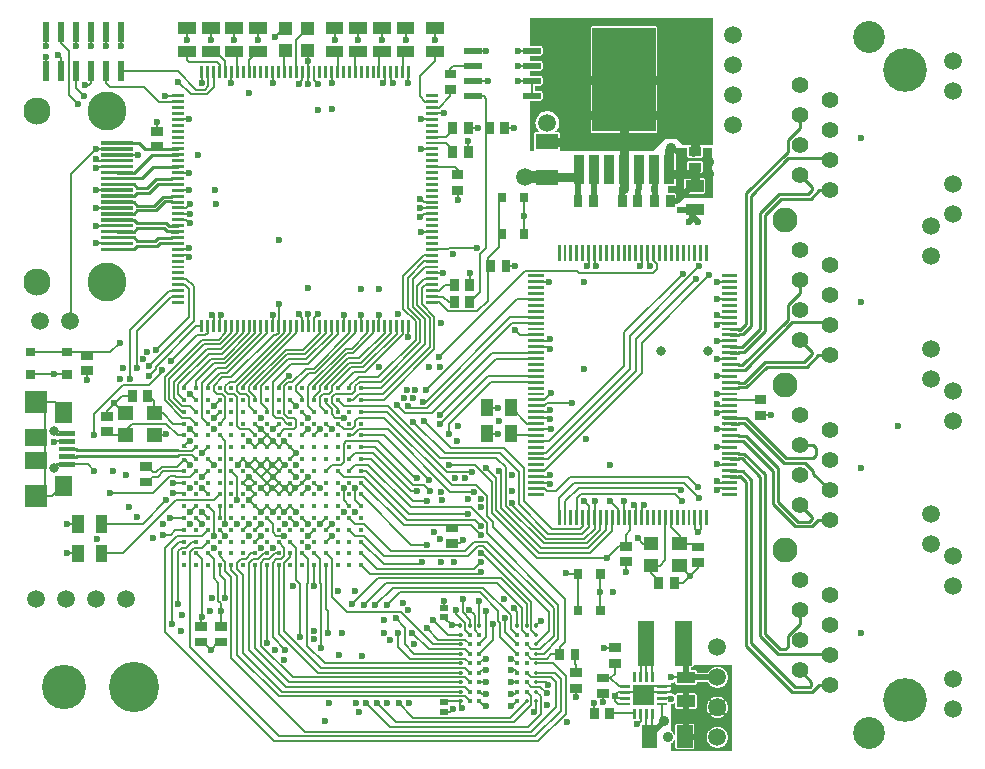
<source format=gbr>
G04 start of page 2 for group 0 idx 0 *
G04 Title: (unknown), Top *
G04 Creator: pcb 1.99z *
G04 CreationDate: Tue 11 Sep 2012 02:04:04 GMT UTC *
G04 For: ralph *
G04 Format: Gerber/RS-274X *
G04 PCB-Dimensions (mm): 80.00 62.50 *
G04 PCB-Coordinate-Origin: lower left *
%MOMM*%
%FSLAX43Y43*%
%LNTOP*%
%ADD62C,1.300*%
%ADD61C,3.200*%
%ADD60C,3.500*%
%ADD59C,3.000*%
%ADD58C,1.700*%
%ADD57C,4.000*%
%ADD56C,0.508*%
%ADD55C,0.300*%
%ADD54C,0.800*%
%ADD53C,5.000*%
%ADD52C,0.914*%
%ADD51C,0.900*%
%ADD50C,0.800*%
%ADD49C,0.600*%
%ADD48R,1.450X1.450*%
%ADD47R,1.850X1.850*%
%ADD46R,1.500X1.500*%
%ADD45R,0.400X0.400*%
%ADD44R,1.150X1.150*%
%ADD43R,1.397X1.397*%
%ADD42C,0.349*%
%ADD41R,0.500X0.500*%
%ADD40R,0.300X0.300*%
%ADD39R,5.350X5.350*%
%ADD38R,0.890X0.890*%
%ADD37R,1.300X1.300*%
%ADD36R,0.250X0.250*%
%ADD35R,0.700X0.700*%
%ADD34R,0.508X0.508*%
%ADD33C,0.400*%
%ADD32R,1.000X1.000*%
%ADD31C,0.450*%
%ADD30R,0.750X0.750*%
%ADD29C,3.300*%
%ADD28C,2.300*%
%ADD27C,3.700*%
%ADD26C,2.700*%
%ADD25C,4.250*%
%ADD24C,3.750*%
%ADD23C,2.106*%
%ADD22C,1.400*%
%ADD21C,1.500*%
%ADD20C,0.250*%
%ADD19C,0.500*%
%ADD18C,0.200*%
%ADD17C,0.750*%
%ADD16C,1.000*%
%ADD15C,0.240*%
%ADD14C,0.290*%
%ADD13C,0.500*%
%ADD12C,0.150*%
%ADD11C,0.002*%
G54D11*G36*
X51250Y62306D02*X58750Y62312D01*
Y51600D01*
X56250D01*
X55750Y52100D01*
X54750D01*
X53750Y51100D01*
X51250D01*
Y52576D01*
X53949Y52576D01*
X53972Y52582D01*
X53993Y52591D01*
X54014Y52603D01*
X54031Y52619D01*
X54047Y52636D01*
X54059Y52657D01*
X54068Y52678D01*
X54074Y52701D01*
X54075Y52725D01*
X54074Y61499D01*
X54068Y61522D01*
X54059Y61543D01*
X54047Y61564D01*
X54031Y61581D01*
X54014Y61597D01*
X53993Y61609D01*
X53972Y61618D01*
X53949Y61624D01*
X53925Y61625D01*
X51250Y61624D01*
Y62306D01*
G37*
G36*
X43250Y62300D02*X51250Y62306D01*
Y61624D01*
X48551Y61624D01*
X48528Y61618D01*
X48507Y61609D01*
X48486Y61597D01*
X48469Y61581D01*
X48453Y61564D01*
X48441Y61543D01*
X48432Y61522D01*
X48426Y61499D01*
X48425Y61475D01*
X48426Y52701D01*
X48432Y52678D01*
X48441Y52657D01*
X48453Y52636D01*
X48469Y52619D01*
X48486Y52603D01*
X48507Y52591D01*
X48528Y52582D01*
X48551Y52576D01*
X48575Y52575D01*
X51250Y52576D01*
Y51100D01*
X45812D01*
X45822Y51111D01*
X45834Y51132D01*
X45843Y51153D01*
X45849Y51176D01*
X45850Y51200D01*
X45849Y52524D01*
X45843Y52547D01*
X45834Y52568D01*
X45822Y52589D01*
X45806Y52606D01*
X45789Y52622D01*
X45768Y52634D01*
X45747Y52643D01*
X45724Y52649D01*
X45700Y52650D01*
X45359Y52650D01*
X45462Y52738D01*
X45565Y52858D01*
X45647Y52993D01*
X45708Y53139D01*
X45745Y53292D01*
X45754Y53450D01*
X45745Y53608D01*
X45708Y53761D01*
X45647Y53907D01*
X45565Y54042D01*
X45462Y54162D01*
X45342Y54265D01*
X45207Y54347D01*
X45061Y54408D01*
X44908Y54445D01*
X44750Y54457D01*
X44592Y54445D01*
X44439Y54408D01*
X44293Y54347D01*
X44158Y54265D01*
X44038Y54162D01*
X43935Y54042D01*
X43853Y53907D01*
X43792Y53761D01*
X43755Y53608D01*
X43743Y53450D01*
X43755Y53292D01*
X43792Y53139D01*
X43853Y52993D01*
X43935Y52858D01*
X44038Y52738D01*
X44142Y52649D01*
X43776Y52649D01*
X43753Y52643D01*
X43732Y52634D01*
X43711Y52622D01*
X43694Y52606D01*
X43678Y52589D01*
X43666Y52568D01*
X43657Y52547D01*
X43651Y52524D01*
X43650Y52500D01*
X43651Y51176D01*
X43657Y51153D01*
X43666Y51132D01*
X43678Y51111D01*
X43688Y51100D01*
X43250D01*
Y55341D01*
X44223Y55342D01*
X44246Y55348D01*
X44268Y55357D01*
X44288Y55369D01*
X44306Y55385D01*
X44322Y55402D01*
X44334Y55423D01*
X44343Y55444D01*
X44349Y55467D01*
X44350Y55491D01*
X44349Y56023D01*
X44343Y56046D01*
X44334Y56067D01*
X44322Y56088D01*
X44306Y56105D01*
X44288Y56121D01*
X44268Y56133D01*
X44246Y56142D01*
X44223Y56148D01*
X44200Y56149D01*
X43675Y56149D01*
Y56612D01*
X44223Y56612D01*
X44246Y56618D01*
X44268Y56627D01*
X44288Y56639D01*
X44306Y56655D01*
X44322Y56672D01*
X44334Y56693D01*
X44343Y56714D01*
X44349Y56737D01*
X44350Y56761D01*
X44349Y57293D01*
X44343Y57316D01*
X44334Y57337D01*
X44322Y57358D01*
X44306Y57375D01*
X44288Y57391D01*
X44268Y57403D01*
X44246Y57412D01*
X44223Y57418D01*
X44200Y57419D01*
X43250Y57418D01*
Y57881D01*
X44223Y57882D01*
X44246Y57888D01*
X44268Y57897D01*
X44288Y57909D01*
X44306Y57925D01*
X44322Y57942D01*
X44334Y57963D01*
X44343Y57984D01*
X44349Y58007D01*
X44350Y58031D01*
X44349Y58563D01*
X44343Y58586D01*
X44334Y58607D01*
X44322Y58628D01*
X44306Y58645D01*
X44288Y58661D01*
X44268Y58673D01*
X44246Y58682D01*
X44223Y58688D01*
X44200Y58689D01*
X43250Y58688D01*
Y59151D01*
X44223Y59152D01*
X44246Y59158D01*
X44268Y59167D01*
X44288Y59179D01*
X44306Y59195D01*
X44322Y59212D01*
X44334Y59233D01*
X44343Y59254D01*
X44349Y59277D01*
X44350Y59301D01*
X44349Y59833D01*
X44343Y59856D01*
X44334Y59877D01*
X44322Y59898D01*
X44306Y59915D01*
X44288Y59931D01*
X44268Y59943D01*
X44246Y59952D01*
X44223Y59958D01*
X44200Y59959D01*
X43250Y59958D01*
Y62300D01*
G37*
G36*
X57239Y50476D02*X57774Y50476D01*
X57797Y50482D01*
X57818Y50491D01*
X57839Y50503D01*
X57856Y50519D01*
X57872Y50536D01*
X57884Y50557D01*
X57893Y50578D01*
X57899Y50601D01*
X57900Y50625D01*
X57899Y51353D01*
X58734D01*
X58750Y47100D01*
X57239D01*
Y47464D01*
X58012Y47465D01*
X58035Y47471D01*
X58057Y47480D01*
X58077Y47492D01*
X58095Y47507D01*
X58110Y47525D01*
X58123Y47545D01*
X58132Y47567D01*
X58137Y47590D01*
X58139Y47614D01*
X58137Y48637D01*
X58132Y48660D01*
X58123Y48682D01*
X58110Y48702D01*
X58095Y48720D01*
X58077Y48736D01*
X58057Y48748D01*
X58035Y48757D01*
X58012Y48763D01*
X57989Y48764D01*
X57574Y48764D01*
X57559Y48776D01*
X57489Y48819D01*
X57413Y48851D01*
X57332Y48870D01*
X57250Y48877D01*
X57239Y48876D01*
Y49176D01*
X57774Y49176D01*
X57797Y49182D01*
X57818Y49191D01*
X57839Y49203D01*
X57856Y49219D01*
X57872Y49236D01*
X57884Y49257D01*
X57893Y49278D01*
X57899Y49301D01*
X57900Y49325D01*
X57899Y50099D01*
X57893Y50122D01*
X57884Y50143D01*
X57872Y50164D01*
X57856Y50181D01*
X57839Y50197D01*
X57818Y50209D01*
X57797Y50218D01*
X57774Y50224D01*
X57750Y50225D01*
X57239Y50224D01*
Y50476D01*
G37*
G36*
X54985Y51353D02*X56600D01*
X56601Y50601D01*
X56607Y50578D01*
X56616Y50557D01*
X56628Y50536D01*
X56644Y50519D01*
X56661Y50503D01*
X56682Y50491D01*
X56703Y50482D01*
X56726Y50476D01*
X56750Y50475D01*
X57239Y50476D01*
Y50224D01*
X56726Y50224D01*
X56703Y50218D01*
X56682Y50209D01*
X56661Y50197D01*
X56644Y50181D01*
X56628Y50164D01*
X56616Y50143D01*
X56607Y50122D01*
X56601Y50099D01*
X56600Y50075D01*
X56601Y49301D01*
X56607Y49278D01*
X56616Y49257D01*
X56628Y49236D01*
X56644Y49219D01*
X56661Y49203D01*
X56682Y49191D01*
X56703Y49182D01*
X56726Y49176D01*
X56750Y49175D01*
X57239Y49176D01*
Y48876D01*
X57167Y48870D01*
X57087Y48851D01*
X57011Y48819D01*
X56940Y48776D01*
X56926Y48763D01*
X56465Y48763D01*
X56442Y48757D01*
X56420Y48748D01*
X56400Y48736D01*
X56382Y48720D01*
X56367Y48702D01*
X56354Y48682D01*
X56345Y48660D01*
X56340Y48637D01*
X56338Y48614D01*
X56340Y47590D01*
X56345Y47567D01*
X56354Y47545D01*
X56367Y47525D01*
X56382Y47507D01*
X56400Y47492D01*
X56420Y47480D01*
X56442Y47471D01*
X56465Y47465D01*
X56489Y47464D01*
X57239Y47464D01*
Y47100D01*
X55674D01*
X55674Y47374D01*
X55668Y47397D01*
X55659Y47418D01*
X55647Y47439D01*
X55631Y47456D01*
X55614Y47472D01*
X55593Y47484D01*
X55572Y47493D01*
X55549Y47499D01*
X55525Y47500D01*
X54999Y47499D01*
X54996Y48105D01*
X55529Y48106D01*
X55552Y48112D01*
X55573Y48121D01*
X55594Y48133D01*
X55611Y48148D01*
X55627Y48166D01*
X55639Y48187D01*
X55648Y48208D01*
X55654Y48231D01*
X55655Y48255D01*
X55654Y50768D01*
X55648Y50791D01*
X55639Y50813D01*
X55627Y50833D01*
X55611Y50851D01*
X55594Y50867D01*
X55573Y50879D01*
X55552Y50888D01*
X55529Y50894D01*
X55505Y50895D01*
X54986Y50894D01*
X54985Y51353D01*
G37*
G36*
X59902Y6024D02*X59954Y6110D01*
X60009Y6241D01*
X60042Y6379D01*
X60050Y6520D01*
X60042Y6661D01*
X60009Y6799D01*
X59954Y6930D01*
X59902Y7016D01*
Y7550D01*
X60400D01*
Y300D01*
X59902D01*
Y944D01*
X59954Y1030D01*
X60009Y1161D01*
X60042Y1299D01*
X60050Y1440D01*
X60042Y1581D01*
X60009Y1719D01*
X59954Y1850D01*
X59902Y1936D01*
Y3486D01*
X59936Y3540D01*
X59974Y3614D01*
X60004Y3692D01*
X60027Y3773D01*
X60042Y3855D01*
X60050Y3938D01*
Y4022D01*
X60042Y4105D01*
X60027Y4187D01*
X60004Y4268D01*
X59974Y4346D01*
X59936Y4420D01*
X59902Y4476D01*
Y6024D01*
G37*
G36*
Y300D02*X59150D01*
Y537D01*
X59291Y548D01*
X59429Y581D01*
X59560Y636D01*
X59681Y710D01*
X59788Y802D01*
X59880Y909D01*
X59902Y944D01*
Y300D01*
G37*
G36*
Y7016D02*X59880Y7051D01*
X59788Y7158D01*
X59681Y7250D01*
X59560Y7324D01*
X59429Y7379D01*
X59291Y7412D01*
X59150Y7423D01*
Y7550D01*
X59902D01*
Y7016D01*
G37*
G36*
X59150Y5617D02*X59291Y5628D01*
X59429Y5661D01*
X59560Y5716D01*
X59681Y5790D01*
X59788Y5882D01*
X59880Y5989D01*
X59902Y6024D01*
Y4476D01*
X59892Y4491D01*
X59884Y4501D01*
X59876Y4509D01*
X59866Y4515D01*
X59855Y4520D01*
X59843Y4523D01*
X59831Y4524D01*
X59819Y4524D01*
X59808Y4521D01*
X59796Y4517D01*
X59786Y4511D01*
X59777Y4503D01*
X59769Y4494D01*
X59762Y4484D01*
X59758Y4474D01*
X59754Y4462D01*
X59753Y4450D01*
X59754Y4438D01*
X59756Y4427D01*
X59761Y4415D01*
X59767Y4405D01*
X59804Y4347D01*
X59835Y4284D01*
X59861Y4219D01*
X59880Y4153D01*
X59893Y4084D01*
X59899Y4015D01*
Y3945D01*
X59893Y3876D01*
X59880Y3807D01*
X59861Y3741D01*
X59835Y3676D01*
X59804Y3613D01*
X59768Y3554D01*
X59761Y3544D01*
X59757Y3533D01*
X59755Y3522D01*
X59754Y3510D01*
X59755Y3498D01*
X59758Y3487D01*
X59763Y3476D01*
X59770Y3466D01*
X59777Y3457D01*
X59787Y3450D01*
X59797Y3444D01*
X59808Y3440D01*
X59819Y3437D01*
X59831Y3437D01*
X59843Y3438D01*
X59854Y3441D01*
X59865Y3446D01*
X59875Y3452D01*
X59884Y3460D01*
X59891Y3469D01*
X59902Y3486D01*
Y1936D01*
X59880Y1971D01*
X59788Y2078D01*
X59681Y2170D01*
X59560Y2244D01*
X59429Y2299D01*
X59291Y2332D01*
X59150Y2343D01*
Y3080D01*
X59192D01*
X59275Y3088D01*
X59357Y3103D01*
X59438Y3126D01*
X59516Y3156D01*
X59590Y3194D01*
X59661Y3238D01*
X59671Y3246D01*
X59679Y3254D01*
X59685Y3264D01*
X59690Y3275D01*
X59693Y3287D01*
X59694Y3299D01*
X59694Y3311D01*
X59691Y3322D01*
X59687Y3334D01*
X59681Y3344D01*
X59673Y3353D01*
X59664Y3361D01*
X59654Y3368D01*
X59644Y3372D01*
X59632Y3376D01*
X59620Y3377D01*
X59608Y3376D01*
X59597Y3374D01*
X59585Y3369D01*
X59575Y3363D01*
X59517Y3326D01*
X59454Y3295D01*
X59389Y3269D01*
X59323Y3250D01*
X59254Y3237D01*
X59185Y3231D01*
X59150D01*
Y4729D01*
X59185D01*
X59254Y4723D01*
X59323Y4710D01*
X59389Y4691D01*
X59454Y4665D01*
X59517Y4634D01*
X59576Y4598D01*
X59586Y4591D01*
X59597Y4587D01*
X59608Y4585D01*
X59620Y4584D01*
X59632Y4585D01*
X59643Y4588D01*
X59654Y4593D01*
X59664Y4600D01*
X59673Y4607D01*
X59680Y4617D01*
X59686Y4627D01*
X59690Y4638D01*
X59693Y4649D01*
X59693Y4661D01*
X59692Y4673D01*
X59689Y4684D01*
X59684Y4695D01*
X59678Y4705D01*
X59670Y4714D01*
X59661Y4721D01*
X59590Y4766D01*
X59516Y4804D01*
X59438Y4834D01*
X59357Y4857D01*
X59275Y4872D01*
X59192Y4880D01*
X59150D01*
Y5617D01*
G37*
G36*
Y7423D02*X59150Y7423D01*
X59009Y7412D01*
X58871Y7379D01*
X58740Y7324D01*
X58619Y7250D01*
X58512Y7158D01*
X58420Y7051D01*
X58346Y6930D01*
X58333Y6900D01*
X57399D01*
X57399Y7024D01*
X57393Y7047D01*
X57384Y7068D01*
X57372Y7089D01*
X57356Y7106D01*
X57339Y7122D01*
X57318Y7134D01*
X57297Y7143D01*
X57274Y7149D01*
X57250Y7150D01*
X56900Y7150D01*
Y7346D01*
X57010Y7346D01*
X57033Y7352D01*
X57054Y7361D01*
X57075Y7373D01*
X57092Y7389D01*
X57108Y7406D01*
X57120Y7427D01*
X57129Y7448D01*
X57135Y7471D01*
X57136Y7495D01*
X57136Y7550D01*
X59150D01*
Y7423D01*
G37*
G36*
X58398Y944D02*X58420Y909D01*
X58512Y802D01*
X58619Y710D01*
X58740Y636D01*
X58871Y581D01*
X59009Y548D01*
X59150Y537D01*
X59150Y537D01*
Y300D01*
X58398D01*
Y944D01*
G37*
G36*
Y6024D02*X58420Y5989D01*
X58512Y5882D01*
X58619Y5790D01*
X58740Y5716D01*
X58871Y5661D01*
X59009Y5628D01*
X59150Y5617D01*
X59150Y5617D01*
Y4880D01*
X59108D01*
X59025Y4872D01*
X58943Y4857D01*
X58862Y4834D01*
X58784Y4804D01*
X58710Y4766D01*
X58639Y4722D01*
X58629Y4714D01*
X58621Y4706D01*
X58615Y4696D01*
X58610Y4685D01*
X58607Y4673D01*
X58606Y4661D01*
X58606Y4649D01*
X58609Y4638D01*
X58613Y4626D01*
X58619Y4616D01*
X58627Y4607D01*
X58636Y4599D01*
X58646Y4592D01*
X58656Y4588D01*
X58668Y4584D01*
X58680Y4583D01*
X58692Y4584D01*
X58703Y4586D01*
X58715Y4591D01*
X58725Y4597D01*
X58783Y4634D01*
X58846Y4665D01*
X58911Y4691D01*
X58977Y4710D01*
X59046Y4723D01*
X59115Y4729D01*
X59150D01*
Y3231D01*
X59115D01*
X59046Y3237D01*
X58977Y3250D01*
X58911Y3269D01*
X58846Y3295D01*
X58783Y3326D01*
X58724Y3362D01*
X58714Y3369D01*
X58703Y3373D01*
X58692Y3375D01*
X58680Y3376D01*
X58668Y3375D01*
X58657Y3372D01*
X58646Y3367D01*
X58636Y3360D01*
X58627Y3353D01*
X58620Y3343D01*
X58614Y3333D01*
X58610Y3322D01*
X58607Y3311D01*
X58607Y3299D01*
X58608Y3287D01*
X58611Y3276D01*
X58616Y3265D01*
X58622Y3255D01*
X58630Y3246D01*
X58639Y3239D01*
X58710Y3194D01*
X58784Y3156D01*
X58862Y3126D01*
X58943Y3103D01*
X59025Y3088D01*
X59108Y3080D01*
X59150D01*
Y2343D01*
X59150Y2343D01*
X59009Y2332D01*
X58871Y2299D01*
X58740Y2244D01*
X58619Y2170D01*
X58512Y2078D01*
X58420Y1971D01*
X58398Y1936D01*
Y3484D01*
X58408Y3469D01*
X58416Y3459D01*
X58424Y3451D01*
X58434Y3445D01*
X58445Y3440D01*
X58457Y3437D01*
X58469Y3436D01*
X58481Y3436D01*
X58492Y3439D01*
X58504Y3443D01*
X58514Y3449D01*
X58523Y3457D01*
X58531Y3466D01*
X58538Y3476D01*
X58542Y3486D01*
X58546Y3498D01*
X58547Y3510D01*
X58546Y3522D01*
X58544Y3533D01*
X58539Y3545D01*
X58533Y3555D01*
X58496Y3613D01*
X58465Y3676D01*
X58439Y3741D01*
X58420Y3807D01*
X58407Y3876D01*
X58401Y3945D01*
Y4015D01*
X58407Y4084D01*
X58420Y4153D01*
X58439Y4219D01*
X58465Y4284D01*
X58496Y4347D01*
X58532Y4406D01*
X58539Y4416D01*
X58543Y4427D01*
X58545Y4438D01*
X58546Y4450D01*
X58545Y4462D01*
X58542Y4473D01*
X58537Y4484D01*
X58530Y4494D01*
X58523Y4503D01*
X58513Y4510D01*
X58503Y4516D01*
X58492Y4520D01*
X58481Y4523D01*
X58469Y4523D01*
X58457Y4522D01*
X58446Y4519D01*
X58435Y4514D01*
X58425Y4508D01*
X58416Y4500D01*
X58409Y4491D01*
X58398Y4474D01*
Y6024D01*
G37*
G36*
X56400Y5850D02*X57274Y5851D01*
X57297Y5857D01*
X57318Y5866D01*
X57339Y5878D01*
X57356Y5894D01*
X57372Y5911D01*
X57384Y5932D01*
X57393Y5953D01*
X57399Y5976D01*
X57400Y6000D01*
X57400Y6100D01*
X58352D01*
X58398Y6024D01*
Y4474D01*
X58364Y4420D01*
X58326Y4346D01*
X58296Y4268D01*
X58273Y4187D01*
X58258Y4105D01*
X58250Y4022D01*
Y3938D01*
X58258Y3855D01*
X58273Y3773D01*
X58296Y3692D01*
X58326Y3614D01*
X58364Y3540D01*
X58398Y3484D01*
Y1936D01*
X58346Y1850D01*
X58291Y1719D01*
X58258Y1581D01*
X58247Y1440D01*
X58258Y1299D01*
X58291Y1161D01*
X58346Y1030D01*
X58398Y944D01*
Y300D01*
X56400D01*
Y401D01*
X57074Y401D01*
X57097Y407D01*
X57118Y416D01*
X57139Y428D01*
X57156Y444D01*
X57172Y461D01*
X57184Y482D01*
X57193Y503D01*
X57199Y526D01*
X57200Y550D01*
X57199Y2474D01*
X57193Y2497D01*
X57184Y2518D01*
X57172Y2539D01*
X57156Y2556D01*
X57139Y2572D01*
X57118Y2584D01*
X57097Y2593D01*
X57074Y2599D01*
X57050Y2600D01*
X56400Y2599D01*
Y3850D01*
X57274Y3851D01*
X57297Y3857D01*
X57318Y3866D01*
X57339Y3878D01*
X57356Y3894D01*
X57372Y3911D01*
X57384Y3932D01*
X57393Y3953D01*
X57399Y3976D01*
X57400Y4000D01*
X57399Y5024D01*
X57393Y5047D01*
X57384Y5068D01*
X57372Y5089D01*
X57356Y5106D01*
X57339Y5122D01*
X57318Y5134D01*
X57297Y5143D01*
X57274Y5149D01*
X57250Y5150D01*
X56400Y5149D01*
Y5850D01*
G37*
G36*
Y300D02*X55250D01*
Y930D01*
X55304Y963D01*
X55376Y1024D01*
X55437Y1096D01*
X55486Y1177D01*
X55523Y1264D01*
X55545Y1356D01*
X55550Y1450D01*
X55545Y1544D01*
X55523Y1636D01*
X55486Y1723D01*
X55437Y1804D01*
X55376Y1876D01*
X55304Y1937D01*
X55250Y1970D01*
Y2798D01*
X55250Y2800D01*
X55250Y2802D01*
Y4248D01*
X55321Y4254D01*
X55390Y4271D01*
X55455Y4298D01*
X55515Y4335D01*
X55569Y4381D01*
X55601Y4418D01*
X55601Y3976D01*
X55607Y3953D01*
X55616Y3932D01*
X55628Y3911D01*
X55644Y3894D01*
X55661Y3878D01*
X55682Y3866D01*
X55703Y3857D01*
X55726Y3851D01*
X55750Y3850D01*
X56400Y3850D01*
Y2599D01*
X55726Y2599D01*
X55703Y2593D01*
X55682Y2584D01*
X55661Y2572D01*
X55644Y2556D01*
X55628Y2539D01*
X55616Y2518D01*
X55607Y2497D01*
X55601Y2474D01*
X55600Y2450D01*
X55601Y526D01*
X55607Y503D01*
X55616Y482D01*
X55628Y461D01*
X55644Y444D01*
X55661Y428D01*
X55682Y416D01*
X55703Y407D01*
X55726Y401D01*
X55750Y400D01*
X56400Y401D01*
Y300D01*
G37*
G36*
X55600Y5000D02*X55600Y4983D01*
X55569Y5019D01*
X55515Y5065D01*
X55455Y5102D01*
X55390Y5129D01*
X55321Y5146D01*
X55250Y5152D01*
Y6048D01*
X55321Y6054D01*
X55390Y6071D01*
X55455Y6098D01*
X55515Y6135D01*
X55569Y6181D01*
X55601Y6218D01*
X55601Y5976D01*
X55607Y5953D01*
X55616Y5932D01*
X55628Y5911D01*
X55644Y5894D01*
X55661Y5878D01*
X55682Y5866D01*
X55703Y5857D01*
X55726Y5851D01*
X55750Y5850D01*
X56400Y5850D01*
Y5149D01*
X55726Y5149D01*
X55703Y5143D01*
X55682Y5134D01*
X55661Y5122D01*
X55644Y5106D01*
X55628Y5089D01*
X55616Y5068D01*
X55607Y5047D01*
X55601Y5024D01*
X55600Y5000D01*
G37*
G54D12*X60200Y22500D02*X59250D01*
X59100Y22350D01*
X60200Y23000D02*X59250D01*
X59100Y23150D01*
Y30500D02*X60200D01*
Y29000D02*X59250D01*
X59100Y28850D01*
X60200Y29500D02*X59250Y29500D01*
X59100Y29650D01*
X60200Y26000D02*X59100D01*
Y27500D02*X60200D01*
X59100Y24550D02*X59150Y24500D01*
X60200D01*
X59100Y33500D02*X60200D01*
Y32000D02*X59100D01*
X60200Y40000D02*X59100D01*
Y38500D02*X60200D01*
Y36500D02*X59300D01*
X59100Y36300D01*
X60200Y37000D02*X59250D01*
X59100Y37150D01*
X60200Y35000D02*X59100D01*
X43800D02*X44800D01*
X44950Y35150D01*
X43800Y34500D02*X44800D01*
X44950Y34350D01*
X43800Y23500D02*X44800D01*
X44950Y23650D01*
X43800Y23000D02*X44800D01*
X44950Y22850D01*
X52250Y20575D02*Y20950D01*
X52100Y21100D01*
X52750Y20575D02*Y20950D01*
X52900Y21100D01*
X52400Y18300D02*X52875Y17825D01*
X53525D01*
X51400Y15450D02*Y16300D01*
X37600Y18100D02*X37350Y17850D01*
X36700D01*
X43800Y29000D02*X44800D01*
X44950Y29150D01*
X44800Y28500D02*X44950Y28350D01*
X43800Y28500D02*X44800D01*
X63700Y28700D03*
X62800D01*
X57500Y15800D02*Y16250D01*
Y15800D02*X56200Y14500D01*
X55500D01*
X56800Y15100D02*X55975Y15925D01*
Y15975D01*
X57500Y18850D02*X57750Y19100D01*
Y20050D01*
X57500Y18850D02*X57250Y19100D01*
Y20050D01*
X48750Y42450D02*Y41450D01*
X52750Y42450D02*Y41450D01*
X52600Y41300D01*
X53450D02*X53250Y41500D01*
Y42450D01*
X48750Y41450D02*X48900Y41300D01*
X48250Y42450D02*X48250Y41450D01*
X48100Y41300D01*
G54D13*X57000Y45600D02*Y46100D01*
X57250D02*X56000D01*
X57500Y45100D02*X57000Y45600D01*
X56750Y45100D02*X57000Y45350D01*
Y46100D01*
G54D12*X15000Y30000D02*X14500Y30500D01*
X17000Y29000D02*X16500Y28500D01*
D03*
X17000Y30000D02*X16500Y29500D01*
D03*
X25300Y37250D02*X25000Y36950D01*
Y36250D01*
X23700Y37250D02*X24000Y36950D01*
Y36250D01*
X21500Y37200D02*X21500Y37200D01*
X17150Y37200D02*X17000Y37050D01*
Y36250D01*
X16350Y37200D02*X16500Y37050D01*
Y36250D01*
X21500Y37200D02*Y36250D01*
X25000Y27000D02*X25500Y27500D01*
D03*
X26000Y28000D02*X26500Y27500D01*
D03*
X24500Y37250D03*
X24500Y36250D01*
X29000Y37200D02*Y36250D01*
X27500Y37200D02*Y37200D01*
Y36250D01*
X21000Y27000D02*X20000Y28000D01*
X21000Y27000D03*
X19500Y26500D02*X20000Y26000D01*
D03*
X20500Y26500D01*
D03*
X21000Y26000D01*
D03*
X20500Y26500D02*X21000Y27000D01*
X21500Y26500D01*
X21000Y26000D02*X21500Y26500D01*
D03*
X22000Y26000D01*
D03*
X21500Y26500D02*X21500D01*
X22000Y26000D02*X22500Y26500D01*
D03*
X23000Y26000D01*
X23000D01*
Y26000D02*X23500Y25500D01*
D03*
X23000Y25000D01*
D03*
X29000Y37200D02*Y37200D01*
X30850Y56800D02*X31000Y56950D01*
Y57750D01*
X31650Y56800D02*X31500Y56950D01*
Y57750D01*
X30500Y37200D02*Y37200D01*
X37150Y46950D02*Y47750D01*
X34400Y55250D02*X33950Y55700D01*
Y57400D01*
X34300Y45750D02*X35000D01*
X34000Y47050D02*X34300Y46750D01*
X35000D01*
X34000Y46250D03*
X35000Y46250D01*
X34000Y45450D02*X34300Y45750D01*
X14500Y46550D02*X14200Y46250D01*
X14500Y45750D02*X14500D01*
X14500Y44950D02*X14200Y45250D01*
Y46250D02*X13500Y46250D01*
X14500Y45750D02*X13500D01*
X14200Y45250D02*X13500Y45250D01*
X14450Y42100D02*X14300Y42250D01*
X13500D01*
X14450Y42900D02*X14300Y42750D01*
X13500D01*
X14450Y53750D03*
X13500D01*
X14400Y49250D02*Y49250D01*
X13500D01*
X11700Y53550D02*Y52750D01*
X14400Y47750D03*
X13500D01*
X15500Y56800D02*X15500D01*
X21500D02*X21500D01*
X23700Y56750D03*
X26500Y56800D02*X26500D01*
X24500Y56750D02*X24500D01*
X15500Y56800D02*Y57750D01*
X18000Y56800D03*
Y57750D01*
X34050Y53750D03*
X35000D01*
X34050Y51250D02*Y51250D01*
X35000D01*
X33000Y56800D03*
Y57750D01*
X35000Y55250D02*X34400Y55250D01*
X33950Y57400D02*X35250Y58700D01*
Y59500D01*
X23700Y56750D02*X24000Y57050D01*
X24500Y56750D02*X24500Y58650D01*
Y58650D02*X24450Y58700D01*
Y59550D01*
X21700Y60700D02*X22450Y61450D01*
X22550D01*
X21500Y56800D02*Y57750D01*
X26500Y56800D02*Y57750D01*
X24000Y57050D02*Y57750D01*
X25000Y57050D02*Y57750D01*
X25300Y56750D02*X25000Y57050D01*
X34050Y44250D02*Y44250D01*
X35000D01*
Y40750D02*X35950D01*
X30500Y37200D02*Y36250D01*
X33000Y35300D03*
Y36250D01*
X21000Y23000D02*X19000Y25000D01*
X20000D03*
X20450Y24550D01*
X20550D01*
X19000Y23000D02*X19500Y23500D01*
D03*
X20000Y23000D01*
X19500Y21500D02*X20000Y21000D01*
D03*
X18500Y24500D02*X19000Y25000D01*
X19000D01*
X16000D02*X16500Y24500D01*
D03*
X16000Y26000D02*X15500Y25500D01*
D03*
X16000Y24000D02*X15500Y23500D01*
D03*
X19000Y25000D03*
X22000D03*
X20000Y24000D02*X21000Y25000D01*
X21500Y24500D01*
X19500D02*X20000Y25000D01*
X14500Y24500D02*X14050Y24950D01*
X22000Y25000D02*X22500Y24500D01*
D03*
X23500Y23500D03*
X24500D02*X24000Y23000D01*
X23500Y23500D02*X23000Y24000D01*
X22000D02*X22500Y24500D01*
G54D14*X3000Y24250D02*X3030Y24280D01*
G54D15*X3000Y24250D02*X3280Y24530D01*
X4125D01*
G54D12*X3800D02*X5870D01*
X6400Y24000D01*
X20500Y23500D02*X22000Y25000D01*
X21500Y24500D02*X22000Y24000D01*
D03*
X20500Y24500D02*X21500Y23500D01*
D03*
X21000Y23000D02*X22000Y24000D01*
X8750Y30350D02*X9600D01*
X8750D02*X7500Y29100D01*
Y28600D01*
X8100Y29700D02*X8925Y28875D01*
X9025D01*
G54D14*X3000Y27400D02*X3270Y27130D01*
G54D12*X950Y32150D02*X4100D01*
G54D14*X3270Y27130D02*X4125D01*
G54D12*X12500Y27150D02*X12375Y27025D01*
X11475D01*
X6550Y43250D03*
X8325D01*
X6550Y44750D03*
X8325D01*
X6550Y46250D03*
X8325D01*
X6550Y47750D02*Y47750D01*
X8325D01*
X10100Y50750D02*X10100D01*
X8325Y50750D01*
X42250Y58300D02*X42274Y58276D01*
X43450Y58285D01*
X42250Y57000D02*X43450D01*
Y55745D01*
X39596Y59554D02*X39600Y59550D01*
X39685Y57015D02*X38450D01*
X41150Y53125D02*X41275Y53000D01*
X41950D01*
X42050Y41350D02*X41250D01*
G54D16*X42900Y48850D02*X44750D01*
G54D17*X47250D01*
X44450Y51850D02*X46250D01*
X44450D03*
X51250Y49500D02*Y47850D01*
G54D13*X51100Y47700D02*X51250Y47850D01*
X51100Y46975D02*Y47700D01*
G54D17*X51250Y50300D02*Y57100D01*
G54D13*X48710Y47035D02*Y49500D01*
X48650Y46975D02*X48710Y47035D01*
X47350Y48950D02*X47500Y49100D01*
X47350Y46975D02*Y48950D01*
G54D17*X47500Y57100D02*X56250D01*
X48100Y54100D02*X55000D01*
X57250Y51125D02*Y51850D01*
X57125Y51000D02*X57250Y51125D01*
X55060Y51179D02*Y49500D01*
X55235Y51353D02*X55060Y51179D01*
X55250Y49100D02*X57000D01*
X57250Y48350D02*Y49700D01*
X57000Y48100D02*X57250Y48350D01*
G54D12*X37400Y4500D02*X36050D01*
X36750Y3800D02*X36550Y3600D01*
X36000Y3600D01*
X37500Y3950D02*X37400Y4050D01*
Y4500D01*
X39000Y6900D02*X39200Y7100D01*
X39000Y6100D02*X39550D01*
X39000Y5300D02*X39200Y5100D01*
X39550D01*
X39000Y4500D02*X39400Y4100D01*
X39550D01*
X39200Y7100D02*X39550D01*
X39000Y7700D02*X39400Y8100D01*
X39550D01*
X36650Y10900D02*X37400D01*
X36650D02*X36000Y11550D01*
Y11600D01*
Y13000D02*Y12400D01*
X43800Y4500D02*Y3800D01*
X47150Y4850D02*Y5600D01*
X42200Y6100D02*X41650D01*
X42200Y6900D02*X42000Y7100D01*
X41650D01*
X42200Y5300D02*X42000Y5100D01*
X41650D01*
X43800Y3800D02*X43600Y3600D01*
X42200Y4500D02*X41800Y4100D01*
X41650D01*
X41800Y8100D02*X41650D01*
X44200Y11300D02*X43800Y10900D01*
X42200Y7700D02*X41800Y8100D01*
G54D18*X52650Y6575D02*Y8600D01*
X53150Y6575D02*Y8450D01*
X53650Y6575D02*Y7850D01*
G54D12*X56250Y6500D02*X55250D01*
G54D19*X56250D02*X58900D01*
G54D12*X50500Y5050D02*X50700Y5250D01*
G54D18*X53700Y5750D02*X54475D01*
X53650Y3425D02*Y1950D01*
X53150Y3425D02*Y1500D01*
G54D19*X54650Y2800D02*X53500Y1650D01*
G54D12*X50500Y4500D02*Y5050D01*
X50700Y5250D02*X52550D01*
X50500Y4750D02*X51325D01*
X52650Y3425D02*Y2850D01*
X50500Y4500D02*X50750Y4250D01*
X51325D01*
X52650Y2850D02*X52350Y2550D01*
X48700Y4350D02*Y3450D01*
G54D18*X55500Y5750D02*X54475D01*
X55450Y5550D02*X55150Y5250D01*
X53650D02*X55150D01*
G54D19*X56500Y5500D02*Y1450D01*
X57550D02*X56500D01*
Y10394D02*Y6500D01*
G54D12*X49550Y9000D02*X50450D01*
X26000Y20000D02*X25500Y19500D01*
X26000Y19000D02*X26500Y19500D01*
D03*
X26000Y18000D02*X26500Y18500D01*
Y18500D01*
X20000Y18000D02*X20500Y18500D01*
D03*
X16250Y8850D02*X16900Y9500D01*
X17100D01*
X16250Y8850D02*X15600Y9500D01*
X15400D01*
X20000Y19000D02*X20500Y19500D01*
D03*
X19500D02*X19000Y19000D01*
D03*
X20000Y21000D02*X20500Y20500D01*
D03*
X21000Y21000D01*
X22000D02*X22500Y20500D01*
D03*
X23000Y21000D01*
D03*
X23500Y20500D01*
X23500D01*
X21000Y21000D02*X21500Y20500D01*
D03*
X22000Y21000D01*
D03*
X21000Y22000D02*X22000Y23000D01*
Y22000D02*X21000Y23000D01*
X21000Y22000D02*X21000D01*
Y23000D03*
X20500Y22500D02*X21000Y23000D01*
X19500Y22500D02*X20000Y23000D01*
X20000D01*
X19500Y22500D02*X19000Y23000D01*
X19000D01*
X21000D02*X21000D01*
X20500Y22500D02*X21000Y22000D01*
X19500Y21500D02*X20000Y22000D01*
X20000D01*
X19500Y22500D01*
D03*
X22500D02*X21500Y23500D01*
X23000Y23000D02*X23500Y22500D01*
D03*
X24000Y23000D03*
X23500Y22500D01*
X22000Y22000D02*X23000Y23000D01*
X22500Y22500D02*X22500D01*
X23000Y22000D01*
D03*
X23501Y22500D01*
X27000Y31000D02*X28350Y32350D01*
X26750Y30500D02*X28250D01*
X28000Y31000D02*Y31150D01*
X26000D02*X28000Y33150D01*
X26500Y31150D02*X28100Y32750D01*
X26500Y30750D02*Y31150D01*
X26000Y31000D02*Y31150D01*
X25000Y31000D02*Y31150D01*
X28500D02*X28900Y31550D01*
X28000Y31150D02*X28800Y31950D01*
Y30500D02*X30800D01*
X27500Y29500D02*X31250D01*
X29000Y30000D02*X30900D01*
X28000D02*X28300D01*
D03*
X28750Y28500D02*X30950D01*
X28800Y27500D02*X31250D01*
X31150Y29000D02*X29050D01*
X28300Y30000D02*X28800Y30500D01*
X29000Y31000D03*
X28500Y28250D02*X28750Y28500D01*
X28250Y30500D02*X28500Y30750D01*
Y31150D01*
Y28250D02*Y27750D01*
X28250Y27500D01*
X27500D01*
X27000Y28000D01*
Y30000D02*X27500Y29500D01*
D03*
X27000Y29250D02*X26500Y29750D01*
X27500Y29500D03*
X26000Y29000D02*X25500Y29500D01*
Y30250D01*
X26000Y30000D02*Y29750D01*
X25500Y30250D02*X25750Y30500D01*
X26250D01*
X25500Y30750D02*Y31150D01*
X27000Y29250D02*Y29000D01*
X26000Y29750D02*X26500Y29250D01*
Y28800D01*
X26800Y28500D01*
X27500D01*
X26500Y29750D02*Y30250D01*
X26750Y30500D01*
X26250D02*X26500Y30750D01*
X32000Y29600D02*X32700Y28900D01*
X39650Y29600D02*X39900Y29350D01*
X29000Y31000D02*X30700D01*
X28900Y31550D02*X30650D01*
X28800Y31950D02*X30450D01*
X33550Y23350D02*X33750D01*
X36450Y24500D02*X38600D01*
X40050Y23050D01*
X29000Y27000D02*X30950D01*
X39650Y27400D02*X39900Y27150D01*
X30950Y27000D02*X34700Y23250D01*
X35650Y25100D02*X31250Y29500D01*
X32700Y28900D02*X35000D01*
X33150Y29300D02*X34600D01*
X17000Y28000D02*X17500Y28500D01*
X17000Y27000D02*X17500Y26500D01*
X15000Y29000D02*X14500Y29500D01*
X15500Y28500D02*Y31450D01*
X15000Y31000D02*Y31600D01*
X14000Y31000D02*Y31200D01*
X14500Y29500D02*X13850D01*
X14000Y29000D02*X13850D01*
X15000Y28000D02*X14500Y28500D01*
X13850D01*
X15000Y27000D02*X14500Y27500D01*
X16000Y28000D02*X15500Y28500D01*
X14000Y27000D03*
Y28000D03*
X17500Y30750D02*Y31150D01*
X16000Y31000D02*Y31300D01*
X15000Y26000D02*X14652Y25652D01*
X15000Y25000D02*X14652Y25347D01*
X14000Y24000D03*
X15000D02*X14500Y23500D01*
X14000Y26080D02*X14420Y26500D01*
X14500D01*
X17500Y28500D02*Y30250D01*
X17250Y30500D01*
X17750D02*X17500Y30750D01*
X18750Y27500D02*X18500Y27750D01*
Y30250D01*
X18250Y30500D01*
X17750D01*
X20000Y30250D02*X19500Y30750D01*
X20500Y29750D02*Y31150D01*
X20000Y30250D03*
Y30000D01*
X19500Y30750D02*Y31150D01*
X20000Y31000D02*Y31150D01*
X19500Y27500D02*X18750D01*
X20000Y29000D02*X19500Y29500D01*
X21000Y29000D02*Y29250D01*
X20500Y29750D01*
X19500Y29500D02*Y30250D01*
X19250Y30500D01*
X18750D01*
X19000Y31000D02*Y31150D01*
X21500Y28750D02*Y31500D01*
X18750Y30500D02*X18500Y30750D01*
Y31150D01*
X17500D02*X17850Y31500D01*
X17250Y31900D02*X18000D01*
X17850Y31500D02*X18350D01*
X17250Y30500D02*X16750D01*
X16500Y30750D01*
Y31150D01*
X17250Y31900D01*
X15500Y31450D02*X16750Y32700D01*
X17550D01*
X16500Y33100D02*X17450D01*
X14000Y31200D02*X16300Y33500D01*
X15000Y31600D02*X16500Y33100D01*
X16000Y31300D02*X17000Y32300D01*
X17650D01*
X14400Y37050D02*Y39400D01*
X14800Y36650D02*Y39600D01*
X14400Y39400D02*X14050Y39750D01*
X14800Y39600D02*X14150Y40250D01*
X16300Y33500D02*X17350D01*
X16100Y33900D02*X17250D01*
X15900Y34300D02*X17150D01*
X15700Y34700D02*X17050D01*
X15500Y35100D02*X16950D01*
X16000Y35700D02*Y36250D01*
X15100Y35500D02*X15800D01*
X16000Y35700D01*
X15050Y36250D02*X15500D01*
X16950Y35100D02*X17500Y35650D01*
X17050Y34700D02*X18000Y35650D01*
X17150Y34300D02*X18500Y35650D01*
X17250Y33900D02*X19000Y35650D01*
X17350Y33500D02*X19500Y35650D01*
X17550Y32700D02*X20500Y35650D01*
X17450Y33100D02*X20000Y35650D01*
X20000Y35650D01*
X20000Y35650D01*
X20000D02*X20000Y35650D01*
X17650Y32300D02*X21000Y35650D01*
X20000Y35650D02*Y36250D01*
X21000Y35650D02*Y36250D01*
X29000Y25000D02*X29800D01*
X28500Y24500D02*X29600D01*
X28000Y25000D02*X28500Y25500D01*
X27500Y24750D02*Y26250D01*
X27750Y26500D02*X30400D01*
X28300Y27000D02*X28000D01*
X28300D02*X28800Y27500D01*
X24000Y27000D02*X24500Y27500D01*
D03*
X28500Y25500D02*X30000D01*
X30200Y26000D02*X29000D01*
X27000Y24000D02*X27500Y23500D01*
X26000Y24000D02*X26500Y24500D01*
X27250D01*
X27500Y24750D01*
X25000Y23000D02*X25500Y22500D01*
X28000Y24000D02*X28500Y24500D01*
X27500Y23500D02*X27501D01*
X29200D01*
X29000Y24000D02*X29400D01*
X18000D02*X18500Y23500D01*
X20000Y27000D02*X19500Y27500D01*
X22000Y27000D02*X22500Y27500D01*
X23300D01*
X23500Y27700D01*
X22000Y28000D02*X21500Y27500D01*
X22250Y28500D02*X21750D01*
X21500Y28750D01*
X22750Y28000D02*X22250Y28500D01*
X23500Y27700D02*Y28300D01*
X23300Y28500D01*
X22800D01*
X22750Y28000D02*X23000D01*
X22800Y28500D02*X22500Y28800D01*
X24000Y30000D02*Y30250D01*
Y29000D02*X24500Y28500D01*
D03*
X24000Y30250D02*X23500Y30750D01*
X25000Y30000D02*Y30250D01*
X25500Y30750D01*
X25000Y29000D02*X24500Y29500D01*
Y31150D01*
X22500Y28800D02*Y31150D01*
X23000Y30000D02*X23500Y29500D01*
D03*
Y30750D02*Y31150D01*
X24600Y32250D01*
X25100D01*
X24350Y32650D02*X25000Y32650D01*
X23050Y33050D02*X24500D01*
X23175Y31475D02*X24350Y32650D01*
X22800Y33450D02*X24350D01*
X22700Y33850D02*X24200D01*
X22600Y34250D02*X24050Y34250D01*
X21500Y31500D02*X23050Y33050D01*
X20500Y31150D02*X22800Y33450D01*
X22500Y31150D02*X22825Y31475D01*
X22000Y31150D02*X22900Y32050D01*
X20000Y31150D02*X22700Y33850D01*
X19500Y31150D02*X22600Y34250D01*
X19000Y31150D02*X23500Y35650D01*
X18500Y31150D02*X23000Y35650D01*
X18350Y31500D02*X22500Y35650D01*
X18000Y31900D02*X21600Y35500D01*
X21800D01*
X22825Y31475D02*X23175D01*
X22000Y31000D02*Y31150D01*
X28350Y32350D02*X29300D01*
X28100Y32750D02*X29150D01*
X28000Y33150D02*X29000D01*
X27900Y33550D02*X28850D01*
X27800Y33950D02*X28300D01*
X25000Y32650D02*X28000Y35650D01*
X25000Y31150D02*X27800Y33950D01*
X24500Y31150D02*X27700Y34350D01*
X28200D01*
X25500Y31150D02*X27900Y33550D01*
X25100Y32250D02*X28500Y35650D01*
X29300Y32350D02*X32500Y35550D01*
X29150Y32750D02*X32000Y35600D01*
X29000Y33150D02*X31500Y35650D01*
X28850Y33550D02*X31000Y35700D01*
X28300Y33950D02*X30000Y35650D01*
X28200Y34350D02*X29500Y35650D01*
X32500Y35550D02*Y36250D01*
X32000Y35600D02*Y36250D01*
X31500Y35650D02*Y36250D01*
X31000Y35700D02*Y36250D01*
X30000Y35650D02*Y36250D01*
X29500Y35650D02*Y36250D01*
X28000Y35650D02*Y36250D01*
X24500Y33050D02*X27000Y35550D01*
Y36250D01*
X26500Y35600D02*X26500Y36250D01*
X26000Y35650D02*Y36250D01*
X25500Y35700D02*Y36250D01*
X24350Y33450D02*X26500Y35600D01*
X24200Y33850D02*X26000Y35650D01*
X24050Y34250D02*X25500Y35700D01*
X28500Y35650D02*Y36250D01*
X32550Y37700D02*Y40500D01*
X35000Y38750D02*X35950D01*
X35600Y38250D02*X35000Y38250D01*
Y39250D02*X35550Y39250D01*
X36050Y39750D01*
X36900D01*
X35950Y38750D02*X36400Y38300D01*
X36900D01*
X38800Y37500D02*X36350D01*
X35600Y38250D01*
X38200Y38300D02*X39050Y39150D01*
Y42350D01*
X38200Y39875D03*
Y40750D01*
X23500Y35650D02*X23500Y36250D01*
X23000Y35650D02*Y36250D01*
X21000Y35650D02*Y36250D01*
X20500Y35650D02*X20500Y36250D01*
X19500Y35650D02*Y36250D01*
X19000Y35650D02*Y36250D01*
X18500Y35650D02*Y36250D01*
X18000Y35650D02*X18000Y36250D01*
X17500Y35650D02*X17500Y36250D01*
X22500Y35650D02*X22500Y36250D01*
X22000Y35700D02*Y36800D01*
X22050Y36850D01*
Y38100D01*
X21800Y35500D02*X22000Y35700D01*
G54D15*X60200Y34000D02*X60900D01*
X60950Y34050D01*
X60200Y34500D02*X60900D01*
X60950Y34450D01*
X61200D01*
X62750Y36000D01*
X61400Y34050D02*X63150Y35800D01*
X61000Y35550D02*X61300D01*
X61100Y35950D02*X61600Y36450D01*
X61300Y35550D02*X62000Y36250D01*
X60950Y34050D02*X61400D01*
X60200Y35500D02*X60950D01*
X61000Y35550D01*
X60200Y36000D02*X60900D01*
X60950Y35950D01*
X61100D01*
X65100Y36800D02*X61250Y32950D01*
X65500Y36600D02*X61450Y32550D01*
X62750Y36000D02*Y45850D01*
X63150Y35800D02*Y45650D01*
X61600Y36450D02*Y47500D01*
X62000Y36250D02*Y47300D01*
X65100Y38000D02*Y36800D01*
X66110Y40140D02*Y39010D01*
X65100Y38000D01*
X60200Y33000D02*X60900D01*
X60950Y32950D01*
X61250D01*
X60200Y32500D02*X60900D01*
X60950Y32550D01*
X61450D01*
X60200Y31500D02*X60900D01*
X61400Y31450D02*X63150Y33200D01*
X61600Y31050D02*X63350Y32800D01*
X60900Y31500D02*X60950Y31450D01*
X61400D01*
X60900Y31000D02*X60950Y31050D01*
X61600D01*
G54D12*X62675Y30000D02*X62675D01*
X60200D01*
G54D15*X63150Y33200D02*X66500D01*
X63350Y32800D02*X66700D01*
X67150Y33850D02*X66500Y33200D01*
X66110Y35060D02*X67150Y34020D01*
Y33850D01*
X68650Y33790D02*X67690D01*
X68650Y36330D02*X68380Y36600D01*
X65500D01*
X67690Y33790D02*X66700Y32800D01*
X60200Y31000D02*X60900D01*
X59675Y28500D02*X59686Y28489D01*
X60900Y28500D01*
X59675Y28000D02*X59682Y28007D01*
X60900Y28000D01*
Y28500D02*X60950Y28450D01*
X61600D01*
X60900Y28000D02*X60950Y28050D01*
X61400D01*
X64350Y47450D02*X66800D01*
X64550Y47050D02*X67050D01*
X67150Y47800D02*X66800Y47450D01*
X68650Y47760D02*X67760D01*
X67050Y47050D01*
X65100Y52000D02*Y51000D01*
X61600Y47500D01*
X65150Y50450D02*X62000Y47300D01*
X63150Y45650D02*X64550Y47050D01*
X62750Y45850D02*X64350Y47450D01*
X68650Y50300D02*X68500Y50450D01*
X65150D01*
X66110Y54110D02*Y52992D01*
X65100Y51982D01*
X66110Y49030D02*X67150Y47990D01*
Y47800D01*
X61600Y9200D02*Y23050D01*
X62000Y9400D02*Y23250D01*
X62750Y10000D02*Y23500D01*
X63150Y10200D02*Y23700D01*
X60200Y24000D02*X60900D01*
X60950Y23950D01*
X61300D01*
X60200Y23500D02*X60900D01*
X60950Y23550D01*
X61100D01*
X61600Y23050D01*
X61300Y23950D02*X62000Y23250D01*
X61200Y25050D02*X62750Y23500D01*
X61400Y25450D02*X63150Y23700D01*
X61350Y26550D02*X63900Y24000D01*
X61550Y26950D02*X64300Y24200D01*
X61600Y28450D02*X65000Y25050D01*
X61400Y28050D02*X64800Y24650D01*
X60200Y25500D02*X60900D01*
X60950Y25450D01*
X61400D01*
X60200Y25000D02*X60900D01*
X60950Y25050D01*
X61200D01*
X60200Y27000D02*X60900D01*
X60950Y26950D01*
X61550D01*
X60200Y26500D02*X60900D01*
X60950Y26550D01*
X61350D01*
X63900Y24000D02*Y21150D01*
X64300Y24200D02*Y21350D01*
X63900Y21150D02*X65750Y19300D01*
X64300Y21350D02*X65950Y19700D01*
X65750Y19300D02*X67150D01*
X65950Y19700D02*X66950D01*
X67150Y19900D01*
X68650Y19820D02*X67670D01*
X67150Y19300D01*
X66110Y21090D02*X67150Y20050D01*
Y19900D01*
X68650Y22360D02*X67250Y23760D01*
Y23950D01*
X65700Y5700D02*X67000D01*
X65500Y5300D02*X67200D01*
X68650Y5850D02*X67750D01*
X67200Y5300D01*
X67100Y5800D02*X67000Y5700D01*
X66110Y7120D02*X67100Y6130D01*
Y5800D01*
X66110Y12200D02*Y11060D01*
X65100Y10050D02*Y9100D01*
X64450Y8900D02*X63150Y10200D01*
X64250Y8500D02*X62750Y10000D01*
X62000Y9400D02*X65700Y5700D01*
X61600Y9200D02*X65500Y5300D01*
X66110Y11060D02*X65100Y10050D01*
Y9100D02*X64900Y8900D01*
X68540Y8500D02*X64250D01*
X64900Y8900D02*X64450D01*
X68650Y8390D02*X68540Y8500D01*
X66110Y26170D02*X67230D01*
X67500Y25900D01*
Y25300D01*
X67250Y25050D01*
X66550Y24650D02*X64800D01*
X67250Y25050D02*X65000D01*
X66550Y24650D02*X67250Y23950D01*
G54D12*X43800Y24000D02*X44500D01*
X43800Y22500D02*X44500D01*
X44750Y22250D01*
X45450D01*
X46700Y23500D01*
X45750Y20050D02*Y21700D01*
X40150Y19675D02*Y19250D01*
X38300Y20900D02*X39650Y19550D01*
X38650Y19800D02*X39100Y19350D01*
X41800Y21100D02*Y21300D01*
X39650Y20175D02*X40150Y19675D01*
X40450Y25100D02*X41250Y24300D01*
Y21050D01*
X40850Y20850D02*Y23850D01*
X40450Y20650D02*Y23400D01*
X40850Y23850D02*X40700Y24000D01*
X42750Y21450D02*Y24200D01*
X42350Y21150D02*Y23900D01*
X39650Y21900D02*Y20175D01*
X40050Y23050D02*Y20450D01*
X38750Y22800D02*X39650Y21900D01*
X38950Y15300D02*X39100Y15450D01*
Y16250D02*X38550Y15700D01*
X38250Y19400D02*X39100Y18550D01*
X38050Y16800D02*X38850Y17600D01*
X39350D01*
X37750Y17200D02*X38550Y18000D01*
X39650D01*
X40050Y20450D02*X43900Y16600D01*
X43800Y25000D02*X44800D01*
X42050Y27000D02*X43800D01*
X44900Y26500D02*X43800D01*
X44600Y25500D02*X43800D01*
X41650Y27400D02*X42050Y27000D01*
X42750Y24200D02*X41050Y25900D01*
X36600D01*
X42350Y23900D02*X40750Y25500D01*
X40450Y23400D02*X39600Y24250D01*
X40450Y25100D02*X35650D01*
X36050Y25500D02*X40750D01*
X39900Y27150D02*X40600D01*
X41650Y29400D02*X43050Y28000D01*
X43800D01*
X41650Y29600D02*Y29400D01*
X43800Y30000D02*X44500D01*
X45100Y30600D01*
X43800Y27500D03*
X45050D01*
X46850Y29750D02*X45700D01*
X44750D01*
X44500Y29500D01*
X43800D01*
X39900Y29350D02*X40600D01*
X44650Y6100D02*X44850Y5900D01*
X44750Y8100D02*X45100Y8450D01*
X45800D01*
X46250Y9500D02*X45800Y9050D01*
Y8450D01*
X46300Y15350D02*X46399Y15251D01*
X47349D01*
Y15301D02*Y12151D01*
X49249Y15301D02*Y12151D01*
X50100Y6450D02*X49450D01*
X50100D02*X50450Y6800D01*
Y7700D01*
X35000Y28900D02*X40100Y34000D01*
X35650Y27950D02*X39700Y32000D01*
X35650Y28750D02*X40400Y33500D01*
X40100Y34000D02*X43800D01*
X40000Y31500D02*X43800D01*
X39700Y32000D02*X43800D01*
X40400Y33500D02*X43800D01*
X36450Y27950D02*X40000Y31500D01*
X34600Y29300D02*X41800Y36500D01*
X34450Y29850D02*X41600Y37000D01*
X34500Y30800D02*X42200Y38500D01*
X34800Y34500D02*Y36950D01*
X35200Y34300D02*Y37050D01*
X38800Y37500D02*X39700Y38400D01*
X35550Y33650D02*X42850Y40950D01*
X42450Y35500D02*X42050Y35900D01*
X43800Y35500D02*X42450D01*
X34200Y29850D02*X34450D01*
X30450Y31950D02*X33600Y35100D01*
X30650Y31550D02*X34000Y34900D01*
X30700Y31000D02*X34400Y34700D01*
X33600Y35100D02*Y36650D01*
X32550Y37700D01*
X34000Y34900D02*Y36750D01*
X32950Y37800D01*
X34400Y34700D02*Y36850D01*
X33350Y37900D01*
X34800Y36950D02*X33750Y38000D01*
X35200Y37050D02*X34150Y38100D01*
X30800Y30500D02*X34800Y34500D01*
X30900Y30000D02*X35200Y34300D01*
X34150Y38100D02*Y39500D01*
X33750Y38000D02*Y39650D01*
X33350Y37900D02*Y40200D01*
X32950Y37800D02*Y40350D01*
X34150Y39500D02*X34400Y39750D01*
X35000D01*
X34350Y40250D02*X35000Y40250D01*
X34400Y41250D02*X35000D01*
X33750Y39650D02*X34350Y40250D01*
X33350Y40200D02*X34400Y41250D01*
X32950Y40350D02*X34350Y41750D01*
X35000D01*
X32550Y40500D02*X34300Y42250D01*
X35000Y42250D01*
X39700Y42000D02*X40650Y42950D01*
X38800Y42900D02*X36500D01*
X36350Y42750D01*
X35000D01*
X39700Y38400D02*Y42000D01*
X44900Y40000D03*
X43800D01*
X42850Y40950D02*X47250D01*
X47450Y40750D01*
X53700D01*
X54000Y41050D02*Y41500D01*
X53750Y42450D02*Y41750D01*
X54000Y41500D01*
X52750Y32250D02*Y34850D01*
X58450Y40550D01*
X52250Y35150D02*X57350Y40250D01*
X51750Y35450D02*X57600Y41300D01*
X51250Y35750D02*X56200Y40700D01*
X53700Y40750D02*X54000Y41050D01*
X41800Y36500D02*X43800D01*
X41600Y37000D02*X43800D01*
X42200Y38500D02*X43800D01*
X51250Y32850D02*Y35750D01*
X44900Y26500D02*X51250Y32850D01*
X44600Y25500D02*X51750Y32650D01*
X44800Y25000D02*X52250Y32450D01*
X51750Y32650D02*Y35450D01*
X52250Y32450D02*Y35150D01*
X44500Y24000D02*X52750Y32250D01*
X47050Y23000D02*X56300D01*
X47400Y22550D02*X55900D01*
X47600Y22050D02*X55550D01*
X46700Y23500D02*X56650D01*
X55550Y22050D02*X56150Y21450D01*
X56300Y23000D02*X57600Y21700D01*
X55900Y22550D02*X56050Y22400D01*
X56650Y23500D02*X57550Y22600D01*
X29000Y23000D02*X32600Y19400D01*
X29600Y24500D02*X33200Y20900D01*
X29200Y23500D02*X32900Y19800D01*
X29400Y24000D02*X33050Y20350D01*
X29000Y16000D02*X29700Y15300D01*
D03*
X29000Y17000D02*X30300Y15700D01*
X29000Y18000D02*X30900Y16100D01*
X29250Y18500D02*X30950Y16800D01*
X29250Y19500D02*X31550Y17200D01*
X29000Y22000D02*X33250Y17750D01*
X31900Y11500D02*X32700Y10700D01*
Y9300D01*
X29800Y25000D02*X33350Y21450D01*
X30000Y25500D02*X33250Y22250D01*
X33400Y22800D02*X30200Y26000D01*
X30400Y26500D02*X33550Y23350D01*
X30950Y28500D02*X36650Y22800D01*
X31150Y29000D02*X36250Y23900D01*
X31250Y27500D02*X36550Y22200D01*
X33400Y28150D02*X36050Y25500D01*
X34300Y28200D02*X36600Y25900D01*
X36450Y27950D02*Y27150D01*
X33000Y29450D02*X33150Y29300D01*
X29700Y15300D02*X38950D01*
X38550Y15700D02*X30300D01*
X34150Y16250D02*X34000Y16100D01*
X30900D01*
X40800Y14900D02*X30400D01*
X38700Y14500D02*X31100D01*
X39350Y14100D02*X31700D01*
X30200Y12600D01*
X31100Y14500D02*X29200Y12600D01*
X39050Y13700D02*X32300D01*
X31200Y12600D01*
X30950Y16800D02*X38050D01*
X31550Y17200D02*X37750D01*
X33250Y17750D02*X34550D01*
X32600Y19400D02*X38250D01*
X33200Y20900D02*X38300D01*
X33350Y21450D02*X34550D01*
X38650Y19800D02*X32900D01*
X33050Y20350D02*X38000D01*
X33400Y22800D02*X34300D01*
X34850Y22250D01*
X36650Y22800D02*X38750D01*
X36250Y23900D02*X38400D01*
X36550Y22200D02*X38550D01*
X33250Y22250D02*X33750D01*
X37400Y5300D03*
X38200Y4500D02*X37800Y4900D01*
X38200Y5300D02*X37800Y5700D01*
X41600Y3100D02*X33400D01*
X38200Y7700D02*X37800Y8100D01*
X33100D01*
X41900Y2700D02*X31900D01*
X43100Y2300D02*X31400D01*
X43400Y1900D02*X24250D01*
X43700Y1500D02*X22050D01*
X44000Y1100D02*X21650D01*
X32200Y4300D02*X33400Y3100D01*
X30300Y4300D02*X31900Y2700D01*
X29400Y4300D02*X31400Y2300D01*
X24250Y1900D02*X18000Y8150D01*
X37400Y6100D03*
Y6900D03*
X38200Y6100D02*X37800Y6500D01*
X38200Y6900D02*X37800Y7300D01*
X43000Y4500D02*X41600Y3100D01*
X43400Y4200D02*X41900Y2700D01*
X44200Y4900D02*Y3400D01*
X43100Y2300D01*
X45500Y4000D02*X43400Y1900D01*
X45900Y3700D02*X43700Y1500D01*
X46300Y3400D02*X44000Y1100D01*
X43000Y5300D02*X43400Y4900D01*
Y4200D01*
X43800Y5300D02*X44200Y4900D01*
X43400Y5700D02*X44150D01*
X44700Y5150D01*
X45500Y6100D02*Y4000D01*
X45900Y6400D02*Y3700D01*
X43000Y6100D02*X43400Y5700D01*
X43800Y6100D03*
X43000Y6900D02*X43400Y6500D01*
X43800Y6900D03*
X46300Y6600D02*Y3400D01*
X55250Y4700D02*X55200Y4750D01*
X54650Y2800D02*X54475Y2975D01*
Y4250D01*
X55200Y4750D02*X54475D01*
X50050Y3450D02*X52100D01*
X49500Y4400D02*X49450Y4450D01*
Y5150D01*
X51325Y5750D02*X50800D01*
X50100Y6450D01*
X43800Y6100D02*X44650D01*
X43400Y6500D02*X45100D01*
X43800Y6900D02*X45400D01*
X45100Y6500D02*X45500Y6100D01*
X45400Y6900D02*X45900Y6400D01*
X45200Y7700D02*X46300Y6600D01*
X47150Y7550D02*Y6900D01*
X47100Y7600D02*X47150Y7550D01*
X43800Y7700D02*X45200D01*
X43400Y8100D02*X44750D01*
X37400Y5300D02*X22300D01*
X37400Y6100D02*X22900D01*
X37800Y4900D02*X22000D01*
X37800Y5700D02*X22600D01*
X37800Y6500D02*X23200D01*
X36350Y10100D02*X35100Y11350D01*
X37050Y11900D02*Y12250D01*
Y11900D02*X37800Y11150D01*
X32350Y12050D02*X27800D01*
X37600Y13150D02*Y12000D01*
X37400Y6900D02*X25300D01*
X37400Y7700D02*X25900D01*
X37800Y7300D02*X25600D01*
X37400Y8500D02*X33500D01*
X32700Y9300D01*
X33100Y8100D02*X32100Y9100D01*
Y10300D01*
X38200Y8500D02*X37800Y8900D01*
X24500Y14500D02*X24400Y14400D01*
X25600D02*Y9000D01*
X26000Y12300D02*X26200Y12100D01*
X26200Y10300D01*
X26500Y13350D02*X27800Y12050D01*
X37800Y8900D02*X34700D01*
X35100Y9300D02*X37400D01*
X37800Y9700D02*X35500D01*
X37400Y10100D02*X36350D01*
X34700Y8900D02*X33300Y10300D01*
X32350Y12050D02*X35100Y9300D01*
X35500Y9700D02*X34550Y10650D01*
X30400Y14900D02*X28200Y12700D01*
X24400Y14400D02*Y9200D01*
X23500Y14750D02*X23800Y14450D01*
Y9900D01*
X24400Y9200D02*X25900Y7700D01*
X22500Y10400D02*X25600Y7300D01*
X25300Y6900D02*X22000Y10200D01*
X21500Y19500D02*Y18800D01*
X21800Y18500D01*
X22500D01*
X18500Y16200D02*Y15700D01*
X19000Y8600D02*Y15200D01*
X18500Y15700D02*X19000Y15200D01*
X22000Y4900D02*X18500Y8400D01*
X18000Y16000D02*Y15600D01*
X18500Y15100D01*
Y8400D02*Y15100D01*
X18000Y8150D02*Y15000D01*
X39000Y9300D02*X39600Y9900D01*
Y12150D01*
X39000Y8500D02*X40150Y9650D01*
Y11000D01*
X38200Y9300D02*X37800Y9700D01*
X38200Y10100D02*X37800Y10500D01*
X39000Y10100D02*X38600Y10500D01*
X37800Y11150D02*Y10500D01*
X37600Y12000D02*X38200Y11400D01*
Y10900D02*Y11400D01*
X46250Y13150D02*Y9500D01*
X45700Y12650D02*Y9750D01*
X43000Y8500D02*X43400Y8100D01*
X44450Y8500D02*X43800D01*
X43000Y9300D02*X43400Y8900D01*
X44150D01*
X43800Y9300D03*
X47100Y8575D02*Y7600D01*
X44900Y10400D02*Y12050D01*
X45300Y10050D02*Y12350D01*
X45700Y9750D02*X44450Y8500D01*
X43800Y9300D02*X44900Y10400D01*
X44150Y8900D02*X45300Y10050D01*
X43800Y10100D02*X43400Y10500D01*
X43000Y10100D02*X42600Y10500D01*
Y12400D01*
X43000Y10900D02*Y12700D01*
X43400Y10500D02*Y12850D01*
X42200Y12050D02*X41900Y12350D01*
X38600Y10500D02*Y11800D01*
X38150Y12250D01*
X41700Y10600D02*Y11750D01*
X42200Y10900D02*Y12050D01*
X41700Y11750D02*X39350Y14100D01*
X39000Y10900D02*Y12950D01*
X42200Y9300D02*X41150Y10350D01*
X42200Y10100D02*X41700Y10600D01*
X41150Y10350D02*Y11550D01*
X40600Y11300D02*Y12150D01*
Y11300D02*X40750Y11150D01*
Y9950D01*
X42200Y8500D02*X40750Y9950D01*
X46250Y20050D02*Y21400D01*
X39650Y19550D02*Y18700D01*
X41250Y21050D02*X44450Y17850D01*
X45150Y19050D02*X42750Y21450D01*
X44850Y18650D02*X42350Y21150D01*
X44650Y18250D02*X41800Y21100D01*
X44250Y17450D02*X40850Y20850D01*
X44050Y17050D02*X40450Y20650D01*
X45750Y21700D02*X47050Y23000D01*
X46250Y21400D02*X47400Y22550D01*
X47250Y20050D02*Y21700D01*
X47600Y22050D01*
X44450Y17850D02*X48100D01*
X47500Y19050D02*X45150D01*
X47700Y18650D02*X44850D01*
X47900Y18250D02*X44650D01*
X48200Y17450D02*X44250D01*
X48400Y17050D02*X44050D01*
X43900Y16600D02*X49800D01*
X40150Y19250D02*X46250Y13150D01*
X39650Y18700D02*X45700Y12650D01*
X43000Y12700D02*X40800Y14900D01*
X45300Y12350D02*X39650Y18000D01*
X42600Y12400D02*X40500Y14500D01*
X44900Y12050D02*X39350Y17600D01*
X40500Y14500D02*X38700D01*
X39000Y12950D02*X38950Y13000D01*
X43400Y12850D02*X39200Y17050D01*
X40600Y12150D02*X39050Y13700D01*
X48250Y21050D02*X48250Y19200D01*
X48250Y21050D02*X47850Y21450D01*
X48100Y17850D02*X49250Y19000D01*
X47750Y20050D02*Y19300D01*
X47500Y19050D01*
X48250Y19200D02*X47700Y18650D01*
X48750Y19100D02*X47900Y18250D01*
X48750Y21450D02*Y19100D01*
X49250Y19000D02*Y20050D01*
X49750D02*Y19000D01*
X50250Y20050D02*Y18900D01*
X49750Y19000D02*X48200Y17450D01*
X50250Y18900D02*X48400Y17050D01*
X50800Y17600D02*X51400D01*
X49800Y16600D02*X50800Y17600D01*
X50750Y20050D02*Y20800D01*
X50100Y21450D01*
X51250Y20050D02*Y21450D01*
X51750Y20050D02*Y18950D01*
X51400Y18600D01*
Y17600D01*
X54750Y20050D02*Y16450D01*
X54275Y15975D01*
X53525D01*
X54200Y14625D02*X53500Y15325D01*
Y15975D01*
X55250Y20050D02*Y19200D01*
X55975Y18475D01*
Y17825D01*
X57375Y17550D02*X57100Y17825D01*
X55975D01*
X27500Y26250D02*X27750Y26500D01*
X28500Y18500D02*X29250D01*
X28500Y19500D02*X29250D01*
X28000Y20000D02*X28500Y19500D01*
X28000Y19000D02*X28500Y18500D01*
X29000Y17000D03*
X28500Y18500D03*
X28000Y21000D02*X27500Y21500D01*
Y22500D01*
X29000Y21000D02*X28500Y21500D01*
Y22500D01*
X22000Y16000D03*
X21000Y17000D02*X20750D01*
X22000D02*X21700D01*
X21200Y16500D01*
X22500Y17500D02*Y16800D01*
X23000Y16700D02*X22500Y16200D01*
X23000Y20000D02*X23500Y19500D01*
X24000Y20000D02*X24500Y19500D01*
D03*
X25000Y19000D02*X24500Y18500D01*
D03*
X22500Y16800D02*X22200Y16500D01*
X24000Y22000D02*X24500Y22500D01*
X21000Y20000D02*X21500Y19500D01*
X25000Y16000D03*
Y17000D02*X25500Y16500D01*
Y14500D01*
X26000Y16000D03*
Y17000D02*X26500Y16500D01*
X24500D02*Y14500D01*
X24000Y17000D02*X24500Y16500D01*
X23000Y17000D03*
Y16700D01*
X23500Y17500D02*Y14750D01*
X25000Y16000D02*Y14200D01*
X26000Y16000D02*Y12300D01*
X25500Y14500D02*X25600Y14400D01*
X26500Y16500D02*X26500D01*
Y13350D01*
X20000Y16000D02*Y9000D01*
X21000Y16000D02*Y9500D01*
X19500Y16200D02*Y8800D01*
X20500Y16200D02*Y9200D01*
X22000Y16000D02*Y10200D01*
X22500Y16200D02*Y10400D01*
X21200Y16500D02*X20800D01*
X20500Y16200D01*
X22200Y16500D02*X21800D01*
X21500Y16200D01*
Y9900D01*
X17500Y15500D02*X18000Y15000D01*
X17450Y14750D02*Y13250D01*
X17000Y15200D02*X17450Y14750D01*
X16900Y13000D02*Y14500D01*
X17100Y12800D02*Y10800D01*
X16900Y13000D02*X17100Y12800D01*
X22000Y18000D02*X22500Y17500D01*
X23000Y18000D02*X23500Y17500D01*
X19700Y17000D02*X19200Y16500D01*
X18800D01*
X18500Y16200D01*
X20750Y17000D02*X20250Y16500D01*
X20000Y17000D02*X20000D01*
X19700D01*
X20250Y16500D02*X19800D01*
X19500Y16200D01*
X17000Y17000D02*Y16750D01*
X17500Y16250D01*
Y15500D01*
X16000Y17000D02*X16500Y16500D01*
Y14900D01*
X16000Y18000D02*X15500Y17500D01*
X14850D01*
X15000Y18000D02*X14700D01*
X15500Y18500D02*X15500D01*
X15000Y17000D02*X15500Y16500D01*
X16500Y18500D03*
X17000Y19000D02*X17500Y18500D01*
X16000Y19000D02*X15500Y18500D01*
X17000Y16000D02*Y15200D01*
X16900Y14500D02*X16500Y14900D01*
X14000Y18000D02*X13600D01*
X12950Y17350D01*
X12950Y11050D01*
X13800Y17500D02*X13500Y17200D01*
Y12650D01*
X14700Y18000D02*X14200Y17500D01*
X15500Y16500D02*Y11600D01*
X14850Y17500D02*X14500Y17150D01*
X14200Y17500D02*X13800D01*
X15500Y11600D02*X15400Y11500D01*
Y10800D01*
X15500Y18500D02*X13400D01*
X14000Y19000D02*X13250D01*
X12850Y18600D01*
X13400Y18500D02*X12400Y17500D01*
Y10350D01*
X14500Y17150D02*Y9050D01*
X20500Y9200D02*X23200Y6500D01*
X21500Y9900D02*X22550Y8850D01*
X21000Y9500D02*X21050Y9450D01*
X20000Y9000D02*X22900Y6100D01*
X19500Y8800D02*X22600Y5700D01*
X22300Y5300D02*X19000Y8600D01*
X22050Y1500D02*X14500Y9050D01*
X12400Y10350D02*X21650Y1100D01*
X13525Y31325D02*X16100Y33900D01*
X13150Y31550D02*X15900Y34300D01*
X12750Y31750D02*X15700Y34700D01*
X12350Y31950D02*X15500Y35100D01*
X12850Y33250D02*X15100Y35500D01*
X11000Y32850D02*X14800Y36650D01*
X11000Y32050D02*X11600Y32650D01*
Y32800D01*
X15050Y36250D01*
X11050Y31250D02*X12150Y32350D01*
Y32550D01*
X14000Y30000D02*X13525Y30475D01*
Y31325D01*
X13850Y29500D02*X13150Y30200D01*
X13150Y31550D01*
X13850Y29000D02*X12750Y30100D01*
Y31750D01*
X13850Y28500D02*X12350Y30000D01*
X13450Y27000D02*X12500Y27950D01*
X14000Y28000D02*X13100D01*
X12225Y28875D01*
X12350Y30000D02*Y31950D01*
X12225Y28875D02*X11475D01*
X10900Y30475D02*X11475Y29900D01*
Y28875D01*
X11050Y31250D02*X8850D01*
X6400Y28800D01*
Y27000D01*
X11600Y34250D02*X14400Y37050D01*
X9400Y35950D02*X12700Y39250D01*
X10000Y35850D02*X12900Y38750D01*
X8550Y34850D02*X7750Y34050D01*
X5625Y32491D02*X5750Y32365D01*
Y31650D01*
X9400Y31800D02*Y35950D01*
X10000Y32700D02*Y35850D01*
X4400Y36730D02*Y49150D01*
X7750Y34050D02*X1000D01*
X12700Y39250D02*X13500Y39250D01*
X12900Y38750D02*X13500D01*
X14050Y39750D02*X13500D01*
X14150Y40250D02*X13500D01*
X14652Y25652D02*X13500D01*
X14652Y25347D02*X13500D01*
X14000Y27000D02*X13450D01*
X14000Y24920D02*X13430Y24350D01*
X17500Y26500D02*Y19500D01*
X18500Y23500D02*Y21500D01*
X17000Y22000D02*X16500Y21500D01*
D03*
Y18500D02*Y20500D01*
X17000Y21000D02*Y20000D01*
X12500Y27950D02*X9600D01*
X9025Y27375D01*
Y27025D01*
X7375Y27300D02*X7650Y27025D01*
X9025D01*
G54D14*X4970Y25725D02*X13510D01*
X4970Y25275D02*X13510D01*
G54D12*X13275Y23500D02*X13225Y23550D01*
X12800D01*
X15000Y21000D02*X14500Y20500D01*
X16500D02*X16000Y21000D01*
X15500Y20500D02*X16000Y20000D01*
X15000D02*X15500Y19500D01*
D03*
X5000Y19750D02*X4750Y19500D01*
X4050D01*
X14000Y20000D03*
X12800D01*
X14000Y22000D02*X14000D01*
X16000D02*X16000D01*
X15500Y22500D01*
X15000Y21000D02*X15000D01*
X16500Y21500D02*X13350D01*
X14000Y22000D02*X13850Y22150D01*
X13350Y21500D02*X8850Y17000D01*
X12500Y21500D02*X10500Y19500D01*
X8850Y17000D02*X7000D01*
X10500Y19500D02*X7000D01*
X5000Y17000D02*X4050D01*
X12850Y18600D02*X12250D01*
X11350Y22100D02*X7750D01*
X13850Y22150D02*X13050D01*
X14000Y23000D02*X14000D01*
X13050D01*
X13430Y24350D02*X12100D01*
X14000Y24000D02*X12250D01*
X11750Y23500D01*
X12100Y24350D02*X11650Y23900D01*
X11350D01*
X11200Y24050D01*
X11750Y23500D02*X11350D01*
X11200Y23350D01*
X14500Y23500D02*X13275D01*
X12800Y23550D02*X11350Y22100D01*
X3000Y26450D02*X3030Y26480D01*
X2200Y29750D02*Y21900D01*
X3800Y22830D02*X2825Y21855D01*
X1450D01*
X3800Y29080D02*X3075Y29805D01*
X1450D01*
X3030Y26480D02*X4125D01*
G54D14*X4970Y25725D02*X4865Y25830D01*
X4970Y25275D02*X4875Y25180D01*
X4865Y25830D02*X4125D01*
X4875Y25180D02*X4125D01*
G54D12*X26497Y61501D02*X26750Y61247D01*
X30500Y61500D02*X30750Y61250D01*
X32500Y61500D02*X32750Y61250D01*
X26750Y61247D02*Y60500D01*
X27000Y57750D02*Y59247D01*
X26747Y59501D01*
X28500Y61500D02*X28750Y61250D01*
Y60500D01*
X30750Y61250D02*Y60500D01*
X32750Y61250D02*Y60500D01*
X28500Y57750D02*Y59261D01*
X28739Y59501D01*
X30500Y57750D02*Y59254D01*
X30747Y59501D01*
X32500Y57750D02*Y59254D01*
X32747Y59501D01*
X40650Y42950D02*Y47400D01*
X39050Y42350D02*X39600Y42900D01*
Y55500D01*
X42800Y47200D02*Y44050D01*
G54D13*X52520Y47870D02*Y49500D01*
X53850Y50240D02*Y46850D01*
X53790Y50300D02*X53850Y50240D01*
X52400Y47750D02*X52520Y47870D01*
X52400Y46975D02*Y47750D01*
X57000Y48100D02*X55750Y46850D01*
X55275D02*X55750D01*
X55150Y46975D02*X55275Y46850D01*
G54D12*X35000Y54750D02*X35600D01*
X35000Y54250D02*X36000D01*
X35000Y61500D02*X35250Y61250D01*
Y60500D01*
X35600Y54750D02*X36550Y55700D01*
X39600Y55500D02*X39355Y55745D01*
X38450D01*
X36550Y55700D02*X36549Y56291D01*
X36424Y57591D02*X36550Y57717D01*
Y58050D01*
X36800Y58300D01*
X38300Y58300D01*
X39600Y59550D02*X38450D01*
X42250D02*X42255Y59555D01*
X43450D01*
X36700Y51250D02*X36200Y51750D01*
Y52250D02*X36700Y52750D01*
X38050Y51125D03*
Y51900D01*
Y53000D02*X38850D01*
X36200Y51750D02*X35000D01*
Y52250D02*X36200D01*
X36900Y49750D02*X35000D01*
X36900D02*X37150Y49500D01*
Y49050D01*
X14000Y61500D02*X14253Y61247D01*
X18000Y61500D02*X18253Y61247D01*
X20000Y61500D02*X20250Y61250D01*
X14253Y61247D02*Y60500D01*
X14250Y58800D02*Y59500D01*
X16000Y61500D02*X16253Y61247D01*
Y60500D01*
X22550Y59550D02*X22500Y59500D01*
X24450Y61450D02*X23500Y60500D01*
X18253Y61247D02*Y60500D01*
X20250Y61250D02*Y60500D01*
X18500Y57750D02*Y59250D01*
X18250Y59500D01*
X19500Y57750D02*X19500Y58750D01*
X20250Y59500D01*
X22500D02*Y57750D01*
X23500Y60500D02*Y57750D01*
X17500D02*X17500Y58650D01*
X16650Y59500D01*
X16250D01*
X17000Y57750D02*Y58350D01*
X16750Y58600D01*
X14450D01*
X14250Y58800D01*
X16000Y57750D02*Y57100D01*
X16050Y57050D01*
X16500Y57750D02*X16500Y56500D01*
X16050Y57050D02*Y56550D01*
X15750Y56250D01*
X16500Y56500D02*X15900Y55900D01*
X15750Y56250D02*X15050D01*
X15900Y55900D02*X14550D01*
X13500Y56950D01*
X15050Y56250D02*X13450Y57850D01*
X13125Y55750D02*X13500D01*
X12400D01*
X13500Y55250D02*X12750D01*
X12700Y55200D01*
X11900D01*
X10600Y56500D01*
X7750D01*
X13450Y57850D02*X8675D01*
X7750Y56500D02*X7405Y56845D01*
Y57850D01*
X5500Y55750D02*X4865Y56385D01*
X5600Y56700D02*X5975D01*
X6135Y56860D01*
Y57850D01*
X4865Y56385D02*Y57850D01*
X5000Y55050D02*X4250Y55800D01*
Y59550D01*
X3595Y60205D01*
Y61150D01*
X4850Y59950D02*X4865Y59965D01*
X7400Y59950D02*X7405Y59955D01*
X6100Y59950D02*X6135Y59985D01*
Y61150D01*
X4865Y59965D02*Y61150D01*
X7405Y59955D02*Y61150D01*
X2300Y59950D02*X2325Y59975D01*
Y61150D01*
X3300Y59200D02*X3595Y58905D01*
Y57850D01*
X2350Y59050D02*X2325Y59025D01*
Y57850D01*
X8650Y59950D02*X8675Y59975D01*
Y61150D01*
G54D20*X8325Y49250D02*X9750D01*
Y49250D01*
X8325Y48750D02*X10400D01*
X9750Y49250D02*X11250Y50750D01*
X13500D01*
X10400Y48750D02*X11400Y49750D01*
X13500D01*
G54D15*X12950Y48750D02*X13500D01*
X8325Y51750D02*X10200D01*
X10700Y51250D01*
X13500D01*
X10050Y44950D02*X12470D01*
X10050Y44550D02*X12300D01*
X10050Y43450D02*X11530D01*
X9750Y42750D02*X8325D01*
X9750D02*X10050Y43050D01*
X11700D01*
X11950Y43300D01*
X10050Y46050D02*X11650D01*
X10050Y46450D02*X11480D01*
X12230Y47200D01*
X12900D01*
X11650Y46050D02*X12400Y46800D01*
X12900D01*
X12950Y46750D01*
X13500D01*
X12900Y47200D02*X12950Y47250D01*
X13500D01*
X10050Y47550D02*X11000D01*
X10050Y47950D02*X10830D01*
X11000Y47550D02*X11750Y48300D01*
X10830Y47950D02*X11580Y48700D01*
X12900D01*
X12950Y48750D01*
X11750Y48300D02*X12900D01*
X12950Y48250D01*
X13500D01*
X11530Y43450D02*X11780Y43700D01*
X12900D01*
X12950Y43750D01*
X13500D01*
X11950Y43300D02*X12900D01*
X12950Y43250D01*
X13500D01*
X12900Y44300D02*X12950Y44250D01*
X13500D01*
X12470Y44950D02*X12720Y44700D01*
X12900D01*
X12300Y44550D02*X12550Y44300D01*
X12900D01*
Y44700D02*X12950Y44750D01*
X13500D01*
X8325Y45250D02*X9750Y45250D01*
X10050Y44950D01*
X9750Y44250D02*X10050Y44550D01*
X9750Y43750D02*X8325D01*
X9750D02*X10050Y43450D01*
X9750Y44250D02*X8325Y44250D01*
Y45750D02*X9750D01*
X8325Y46750D02*X9750D01*
X10050Y46450D01*
X9750Y45750D02*X10050Y46050D01*
X8325Y47250D02*X9750Y47250D01*
X10050Y47550D01*
X8325Y48250D02*X9750Y48250D01*
X10050Y47950D01*
G54D12*X6500Y51250D02*Y51250D01*
X8325D01*
X6650Y50250D02*X8325D01*
X6650Y49750D02*X8325D01*
X6500Y50400D02*X6650Y50250D01*
X6500Y49600D02*X6650Y49750D01*
X4400Y49150D02*X6500Y51250D01*
G54D21*X1490Y13100D03*
X4030D03*
X6570D03*
X9110D03*
G54D22*X66110Y23630D03*
Y26170D03*
Y28710D03*
Y35060D03*
G54D23*X64840Y17280D03*
G54D24*X3800Y5650D03*
G54D25*X9800D03*
G54D21*X59150Y9060D03*
Y6520D03*
Y3980D03*
G54D22*X68650Y5850D03*
X66110Y7120D03*
X68650Y8390D03*
X66110Y9660D03*
X68650Y10930D03*
X66110Y12200D03*
Y14740D03*
Y21090D03*
G54D26*X71950Y1780D03*
G54D21*X59150Y1440D03*
G54D27*X75000Y4580D03*
G54D22*X68650Y36330D03*
Y38870D03*
Y41410D03*
X66110Y37600D03*
Y40140D03*
Y42680D03*
Y49030D03*
Y51570D03*
Y54110D03*
X68650Y47760D03*
Y50300D03*
Y52840D03*
Y55380D03*
X66110Y56650D03*
G54D21*X60500Y58370D03*
Y60910D03*
G54D23*X64840Y45220D03*
G54D26*X71950Y60720D03*
G54D27*X75000Y57920D03*
G54D21*X79060Y3830D03*
Y6370D03*
Y14220D03*
Y16760D03*
X77280Y17800D03*
Y20340D03*
X79060Y28190D03*
Y30730D03*
X77280Y31770D03*
Y34310D03*
Y42160D03*
Y44700D03*
X79060Y45740D03*
Y48280D03*
Y56130D03*
Y58670D03*
G54D22*X68650Y13470D03*
Y19820D03*
Y22360D03*
Y24900D03*
Y27440D03*
Y33790D03*
G54D23*X64840Y31250D03*
G54D21*X1780Y36650D03*
X4320D03*
G54D28*X1550Y54500D03*
Y40000D03*
G54D29*X7500Y54500D03*
Y40000D03*
G54D21*X60500Y53290D03*
Y55830D03*
G54D30*X16975Y10800D02*X17225D01*
X16975Y9500D02*X17225D01*
X15275Y10800D02*X15525D01*
X15275Y9500D02*X15525D01*
G54D31*X20000Y23000D03*
Y22000D03*
X17000Y23000D03*
Y22000D03*
X18000D03*
X19000D03*
X18000Y23000D03*
X19000D03*
X21000D03*
Y22000D03*
Y19000D03*
Y18000D03*
Y17000D03*
X20000Y21000D03*
X21000D03*
Y20000D03*
Y16000D03*
X16000Y23000D03*
Y22000D03*
Y21000D03*
X17000D03*
X18000D03*
X16000Y20000D03*
X17000D03*
X18000D03*
X16000Y19000D03*
Y18000D03*
Y17000D03*
Y16000D03*
X17000Y19000D03*
Y18000D03*
Y17000D03*
Y16000D03*
X18000Y19000D03*
Y18000D03*
Y17000D03*
Y16000D03*
X19000Y21000D03*
Y20000D03*
X20000D03*
X19000Y19000D03*
X20000D03*
X19000Y18000D03*
X20000D03*
X19000Y17000D03*
X20000D03*
X19000Y16000D03*
X20000D03*
G54D32*X7000Y19750D02*Y19250D01*
Y17250D02*Y16750D01*
G54D33*X14000Y24920D03*
G54D18*X13900Y25020D02*X14100D01*
G54D31*X14000Y24000D03*
X15000D03*
G54D18*X13875Y24970D02*X14125D01*
G54D31*X14000Y23000D03*
Y22000D03*
Y21000D03*
X15000Y25000D03*
X16000D03*
X17000D03*
X18000D03*
X19000D03*
X20000D03*
X21000D03*
X15000Y23000D03*
Y22000D03*
Y21000D03*
X25000Y25000D03*
Y24000D03*
Y23000D03*
Y22000D03*
X22000Y21000D03*
Y19000D03*
Y18000D03*
Y17000D03*
Y16000D03*
X23000Y21000D03*
Y19000D03*
Y18000D03*
Y17000D03*
Y16000D03*
X24000Y21000D03*
Y19000D03*
Y18000D03*
Y17000D03*
Y16000D03*
X25000Y21000D03*
Y19000D03*
Y18000D03*
Y17000D03*
Y16000D03*
X22000Y20000D03*
X23000D03*
X24000D03*
X25000D03*
X14000D03*
X15000D03*
X14000Y19000D03*
X15000D03*
X14000Y18000D03*
X15000D03*
Y17000D03*
Y16000D03*
X14000Y17000D03*
Y16000D03*
G54D34*X42954Y55745D02*X43946D01*
X42954Y57015D02*X43946D01*
X42954Y58285D02*X43946D01*
X42954Y59555D02*X43946D01*
G54D35*X42800Y47200D02*Y47100D01*
Y44100D02*Y44000D01*
X40900Y44100D02*Y44000D01*
Y47200D02*Y47100D01*
G54D30*X37025Y47750D02*X37275D01*
G54D34*X37954Y59555D02*X38946D01*
X37954Y58285D02*X38946D01*
X37954Y57015D02*X38946D01*
G54D36*X33000Y58125D02*Y57375D01*
X32500Y58125D02*Y57375D01*
X32000Y58125D02*Y57375D01*
G54D34*X37954Y55745D02*X38946D01*
G54D30*X38050Y53125D02*Y52875D01*
X36750Y53125D02*Y52875D01*
Y51125D02*Y50875D01*
X38050Y51125D02*Y50875D01*
X41150Y53125D02*Y52875D01*
X39850Y53125D02*Y52875D01*
X37025Y49050D02*X37275D01*
G54D37*X44450Y51850D02*X45050D01*
X44450Y48850D02*X45050D01*
G54D38*X47440Y50300D02*Y48700D01*
X48710Y50300D02*Y48700D01*
X49980Y50300D02*Y48700D01*
X51250Y50300D02*Y48700D01*
X52520Y50300D02*Y48700D01*
X53790Y50300D02*Y48700D01*
G54D39*X51250Y58800D02*Y55400D01*
G54D30*X53850Y46975D02*Y46725D01*
X51100Y46975D02*Y46725D01*
X52400Y46975D02*Y46725D01*
X47350Y46975D02*Y46725D01*
X48650Y46975D02*Y46725D01*
G54D36*X49250Y42975D02*Y41925D01*
X48750Y42975D02*Y41925D01*
X48250Y42975D02*Y41925D01*
X47750Y42975D02*Y41925D01*
X47250Y42975D02*Y41925D01*
X46750Y42975D02*Y41925D01*
X46250Y42975D02*Y41925D01*
X45750Y42975D02*Y41925D01*
G54D30*X41250Y41475D02*Y41225D01*
X39950Y41475D02*Y41225D01*
X38200Y38425D02*Y38175D01*
Y39875D02*Y39625D01*
X36900Y38425D02*Y38175D01*
Y39875D02*Y39625D01*
G54D36*X43275Y40500D02*X44325D01*
X43275Y40000D02*X44325D01*
X43275Y39500D02*X44325D01*
X43275Y39000D02*X44325D01*
X43275Y38500D02*X44325D01*
X43275Y38000D02*X44325D01*
X43275Y37500D02*X44325D01*
X43275Y37000D02*X44325D01*
X43275Y36500D02*X44325D01*
X43275Y36000D02*X44325D01*
X52750Y42975D02*Y41925D01*
X52250Y42975D02*Y41925D01*
X54250Y42975D02*Y41925D01*
X53750Y42975D02*Y41925D01*
X53250Y42975D02*Y41925D01*
X51750Y42975D02*Y41925D01*
X51250Y42975D02*Y41925D01*
X50750Y42975D02*Y41925D01*
X50250Y42975D02*Y41925D01*
X49750Y42975D02*Y41925D01*
X28000Y36625D02*Y35875D01*
X28500Y36625D02*Y35875D01*
X29000Y36625D02*Y35875D01*
X25000Y36625D02*Y35875D01*
X25500Y36625D02*Y35875D01*
X26000Y36625D02*Y35875D01*
X26500Y36625D02*Y35875D01*
X27000Y36625D02*Y35875D01*
X27500Y36625D02*Y35875D01*
X29500Y36625D02*Y35875D01*
X30000Y36625D02*Y35875D01*
X30500Y36625D02*Y35875D01*
X31000Y36625D02*Y35875D01*
X31500Y36625D02*Y35875D01*
X32000Y36625D02*Y35875D01*
X32500Y36625D02*Y35875D01*
X33000Y36625D02*Y35875D01*
X34625Y38250D02*X35375D01*
X34625Y38750D02*X35375D01*
X34625Y39250D02*X35375D01*
X34625Y39750D02*X35375D01*
X34625Y40250D02*X35375D01*
X34625Y40750D02*X35375D01*
X34625Y41250D02*X35375D01*
X34625Y41750D02*X35375D01*
X34625Y42250D02*X35375D01*
X34625Y42750D02*X35375D01*
X34625Y43250D02*X35375D01*
X34625Y43750D02*X35375D01*
X34625Y44250D02*X35375D01*
X34625Y44750D02*X35375D01*
X34625Y45250D02*X35375D01*
X34625Y45750D02*X35375D01*
X34625Y46250D02*X35375D01*
X34625Y46750D02*X35375D01*
X34625Y47250D02*X35375D01*
X34625Y47750D02*X35375D01*
X34625Y48250D02*X35375D01*
X34625Y48750D02*X35375D01*
X34625Y49250D02*X35375D01*
X34625Y49750D02*X35375D01*
X34625Y50250D02*X35375D01*
X34625Y50750D02*X35375D01*
X34625Y51250D02*X35375D01*
G54D34*X2325Y58446D02*Y57254D01*
X3595Y58446D02*Y57254D01*
X4865Y58446D02*Y57254D01*
X6135Y58446D02*Y57254D01*
X7405Y58446D02*Y57254D01*
X8675Y58446D02*Y57254D01*
Y61746D02*Y60554D01*
G54D30*X11575Y52750D02*X11825D01*
X11575Y51450D02*X11825D01*
G54D40*X7100Y51750D02*X9550D01*
G54D34*X7405Y61746D02*Y60554D01*
X6135Y61746D02*Y60554D01*
X4865Y61746D02*Y60554D01*
X3595Y61746D02*Y60554D01*
X2325Y61746D02*Y60554D01*
G54D36*X19500Y58125D02*Y57375D01*
X19000Y58125D02*Y57375D01*
X18500Y58125D02*Y57375D01*
X18000Y58125D02*Y57375D01*
X15500Y58125D02*Y57375D01*
X13125Y55750D02*X13875D01*
X13125Y55250D02*X13875D01*
X13125Y54750D02*X13875D01*
X13125Y54250D02*X13875D01*
G54D32*X14000Y59500D02*X14500D01*
X14000Y61500D02*X14500D01*
G54D36*X17500Y58125D02*Y57375D01*
X17000Y58125D02*Y57375D01*
X16500Y58125D02*Y57375D01*
X16000Y58125D02*Y57375D01*
G54D32*X20000Y59500D02*X20500D01*
X20000Y61500D02*X20500D01*
X18000Y59500D02*X18500D01*
X18000Y61500D02*X18500D01*
X16000Y59500D02*X16500D01*
X16000Y61500D02*X16500D01*
G54D40*X7100Y49750D02*X9550D01*
X7100Y50250D02*X9550D01*
X7100Y50750D02*X9550D01*
X7100Y51250D02*X9550D01*
G54D32*X35000Y59500D02*X35500D01*
X35000Y61500D02*X35500D01*
G54D30*X36424Y57591D02*X36674D01*
G54D36*X31500Y58125D02*Y57375D01*
X31000Y58125D02*Y57375D01*
X30500Y58125D02*Y57375D01*
X30000Y58125D02*Y57375D01*
X29500Y58125D02*Y57375D01*
X29000Y58125D02*Y57375D01*
G54D32*X26497Y59501D02*X26997D01*
X26497Y61501D02*X26997D01*
X28500Y61500D02*X29000D01*
X30497Y61501D02*X30997D01*
X32500Y61500D02*X33000D01*
G54D11*G36*
X23900Y62000D02*Y60900D01*
X25000D01*
Y62000D01*
X23900D01*
G37*
G36*
Y60100D02*Y59000D01*
X25000D01*
Y60100D01*
X23900D01*
G37*
G54D32*X28500Y59500D02*X29000D01*
X30497Y59501D02*X30997D01*
X32500Y59500D02*X33000D01*
G54D11*G36*
X22000Y62000D02*Y60900D01*
X23100D01*
Y62000D01*
X22000D01*
G37*
G36*
Y60100D02*Y59000D01*
X23100D01*
Y60100D01*
X22000D01*
G37*
G54D36*X28500Y58125D02*Y57375D01*
X28000Y58125D02*Y57375D01*
X27500Y58125D02*Y57375D01*
X27000Y58125D02*Y57375D01*
X26500Y58125D02*Y57375D01*
X26000Y58125D02*Y57375D01*
X25500Y58125D02*Y57375D01*
X25000Y58125D02*Y57375D01*
X24500Y58125D02*Y57375D01*
X24000Y58125D02*Y57375D01*
X23500Y58125D02*Y57375D01*
X23000Y58125D02*Y57375D01*
X22500Y58125D02*Y57375D01*
X22000Y58125D02*Y57375D01*
X21500Y58125D02*Y57375D01*
X21000Y58125D02*Y57375D01*
X20500Y58125D02*Y57375D01*
X20000Y58125D02*Y57375D01*
G54D30*X36424Y56291D02*X36674D01*
G54D36*X34625Y52750D02*X35375D01*
X34625Y53250D02*X35375D01*
X34625Y53750D02*X35375D01*
X34625Y51750D02*X35375D01*
X34625Y52250D02*X35375D01*
X34625Y54250D02*X35375D01*
X34625Y54750D02*X35375D01*
X34625Y55250D02*X35375D01*
X34625Y55750D02*X35375D01*
X13125Y53750D02*X13875D01*
X13125Y53250D02*X13875D01*
X13125Y52750D02*X13875D01*
X13125Y52250D02*X13875D01*
X13125Y51750D02*X13875D01*
X13125Y51250D02*X13875D01*
X13125Y50750D02*X13875D01*
X13125Y50250D02*X13875D01*
X13125Y49750D02*X13875D01*
X13125Y49250D02*X13875D01*
X13125Y48750D02*X13875D01*
X13125Y48250D02*X13875D01*
X13125Y47750D02*X13875D01*
X13125Y47250D02*X13875D01*
X13125Y46750D02*X13875D01*
X13125Y46250D02*X13875D01*
X13125Y45750D02*X13875D01*
X13125Y45250D02*X13875D01*
X13125Y44750D02*X13875D01*
X13125Y44250D02*X13875D01*
X13125Y43750D02*X13875D01*
X13125Y43250D02*X13875D01*
X13125Y42750D02*X13875D01*
X13125Y42250D02*X13875D01*
X13125Y41750D02*X13875D01*
X13125Y41250D02*X13875D01*
X13125Y40750D02*X13875D01*
X13125Y40250D02*X13875D01*
X13125Y39750D02*X13875D01*
X13125Y39250D02*X13875D01*
X13125Y38750D02*X13875D01*
G54D40*X7100Y42750D02*X9550D01*
X7100Y43250D02*X9550D01*
X7100Y43750D02*X9550D01*
X7100Y44250D02*X9550D01*
X7100Y44750D02*X9550D01*
X7100Y45250D02*X9550D01*
X7100Y45750D02*X9550D01*
X7100Y46250D02*X9550D01*
X7100Y46750D02*X9550D01*
X7100Y47250D02*X9550D01*
X7100Y47750D02*X9550D01*
X7100Y48250D02*X9550D01*
X7100Y48750D02*X9550D01*
X7100Y49250D02*X9550D01*
G54D36*X59675Y22000D02*X60725D01*
X59675Y22500D02*X60725D01*
X59675Y23000D02*X60725D01*
X59675Y23500D02*X60725D01*
G54D41*X35900Y3600D02*X36100D01*
X35900Y4400D02*X36100D01*
X35900Y12400D02*X36100D01*
X35900Y11600D02*X36100D01*
G54D33*X39000Y4500D03*
X38200D03*
X39000Y5300D03*
X38200D03*
X39000Y6100D03*
X38200D03*
G54D42*X43800Y4525D02*Y4475D01*
X43000Y4525D02*Y4475D01*
G54D33*X42200Y4500D03*
G54D42*X43775Y5300D02*X43825D01*
G54D33*X43000D03*
X42200D03*
G54D42*X43775Y6100D02*X43825D01*
G54D33*X43000D03*
X42200D03*
G54D42*X43775Y6900D02*X43825D01*
G54D30*X48750Y3575D02*Y3325D01*
X50050Y3575D02*Y3325D01*
X49325Y6450D02*X49575D01*
X49325Y5150D02*X49575D01*
G54D42*X37375Y4500D02*X37425D01*
X37375Y5300D02*X37425D01*
X37375Y6100D02*X37425D01*
G54D33*X39000Y6900D03*
Y7700D03*
Y8500D03*
Y9300D03*
X38200Y6900D03*
Y7700D03*
Y8500D03*
Y9300D03*
G54D42*X37375Y6900D02*X37425D01*
X37375Y7700D02*X37425D01*
X37375Y8500D02*X37425D01*
X37375Y9300D02*X37425D01*
X37375Y10100D02*X37425D01*
X37400Y10925D02*Y10875D01*
G54D33*X39000Y10100D03*
G54D42*Y10925D02*Y10875D01*
G54D33*X38200Y10100D03*
G54D42*Y10925D02*Y10875D01*
G54D33*X43000Y6900D03*
Y7700D03*
Y8500D03*
Y9300D03*
Y10100D03*
G54D42*Y10925D02*Y10875D01*
G54D33*X42200Y6900D03*
Y7700D03*
Y8500D03*
Y9300D03*
Y10100D03*
G54D42*Y10925D02*Y10875D01*
X43775Y7700D02*X43825D01*
X43775Y8500D02*X43825D01*
X43775Y9300D02*X43825D01*
X43775Y10100D02*X43825D01*
X43800Y10925D02*Y10875D01*
G54D30*X47100Y8575D02*Y8325D01*
X45800Y8575D02*Y8325D01*
X50325Y9000D02*X50575D01*
X50325Y7700D02*X50575D01*
X47025Y5600D02*X47275D01*
X47025Y6900D02*X47275D01*
G54D35*X47349Y12201D02*Y12101D01*
X49249Y12201D02*Y12101D01*
G54D36*X52150Y3725D02*Y3125D01*
X52650Y3725D02*Y3125D01*
X53150Y3725D02*Y3125D01*
X53650Y3725D02*Y3125D01*
G54D37*X53400Y1800D02*Y1200D01*
G54D43*X56288Y10606D02*Y8194D01*
G54D37*X56400Y1800D02*Y1200D01*
G54D32*X56250Y4500D02*X56750D01*
X56250Y6500D02*X56750D01*
G54D36*X53650Y6875D02*Y6275D01*
X53150Y6875D02*Y6275D01*
X52650Y6875D02*Y6275D01*
G54D43*X53112Y10606D02*Y8194D01*
G54D36*X52150Y6875D02*Y6275D01*
X51025Y5750D02*X51625D01*
X51025Y5250D02*X51625D01*
X51025Y4750D02*X51625D01*
X51025Y4250D02*X51625D01*
X54175D02*X54775D01*
X54175Y4750D02*X54775D01*
X54175Y5250D02*X54775D01*
X54175Y5750D02*X54775D01*
G54D11*G36*
X52050Y5850D02*Y4150D01*
X53750D01*
Y5850D01*
X52050D01*
G37*
G54D36*X43275Y35500D02*X44325D01*
X43275Y35000D02*X44325D01*
X43275Y34500D02*X44325D01*
X43275Y34000D02*X44325D01*
X43275Y33500D02*X44325D01*
X43275Y33000D02*X44325D01*
X43275Y32500D02*X44325D01*
X43275Y32000D02*X44325D01*
X43275Y31500D02*X44325D01*
X43275Y31000D02*X44325D01*
X43275Y30500D02*X44325D01*
X43275Y30000D02*X44325D01*
G54D32*X41650Y29600D02*Y29100D01*
X39650Y29600D02*Y29100D01*
G54D36*X43275Y29500D02*X44325D01*
X43275Y29000D02*X44325D01*
X43275Y28500D02*X44325D01*
X43275Y28000D02*X44325D01*
X43275Y27500D02*X44325D01*
X43275Y27000D02*X44325D01*
X43275Y26500D02*X44325D01*
X43275Y26000D02*X44325D01*
X43275Y25500D02*X44325D01*
X43275Y25000D02*X44325D01*
X43275Y24500D02*X44325D01*
X43275Y24000D02*X44325D01*
G54D32*X39650Y27400D02*Y26900D01*
X41650Y27400D02*Y26900D01*
G54D30*X62675Y30000D02*X62925D01*
X62675Y28700D02*X62925D01*
G54D36*X59675Y31000D02*X60725D01*
X59675Y31500D02*X60725D01*
X59675Y27500D02*X60725D01*
X59675Y28000D02*X60725D01*
X59675Y24000D02*X60725D01*
X59675Y24500D02*X60725D01*
X59675Y25000D02*X60725D01*
X59675Y25500D02*X60725D01*
X59675Y26000D02*X60725D01*
X59675Y26500D02*X60725D01*
X59675Y27000D02*X60725D01*
X59675Y28500D02*X60725D01*
X59675Y29000D02*X60725D01*
X59675Y29500D02*X60725D01*
X59675Y30000D02*X60725D01*
X59675Y30500D02*X60725D01*
X59675Y36000D02*X60725D01*
X59675Y36500D02*X60725D01*
X59675Y37000D02*X60725D01*
X59675Y37500D02*X60725D01*
X59675Y39000D02*X60725D01*
X59675Y39500D02*X60725D01*
X59675Y40000D02*X60725D01*
X59675Y40500D02*X60725D01*
X59675Y33500D02*X60725D01*
X59675Y34000D02*X60725D01*
X59675Y32000D02*X60725D01*
X59675Y32500D02*X60725D01*
X59675Y33000D02*X60725D01*
X59675Y34500D02*X60725D01*
X59675Y35000D02*X60725D01*
X59675Y35500D02*X60725D01*
X59675Y38000D02*X60725D01*
X59675Y38500D02*X60725D01*
X58250Y42975D02*Y41925D01*
X57750Y42975D02*Y41925D01*
G54D32*X56989Y46114D02*X57489D01*
X56989Y48114D02*X57489D01*
G54D30*X57125Y51000D02*X57375D01*
X57125Y49700D02*X57375D01*
G54D36*X57250Y42975D02*Y41925D01*
X56750Y42975D02*Y41925D01*
X56250Y42975D02*Y41925D01*
X55750Y42975D02*Y41925D01*
X55250Y42975D02*Y41925D01*
X54750Y42975D02*Y41925D01*
G54D38*X55060Y50300D02*Y48700D01*
G54D30*X55150Y46975D02*Y46725D01*
G54D36*X46750Y20575D02*Y19525D01*
X47250Y20575D02*Y19525D01*
X47750Y20575D02*Y19525D01*
X48250Y20575D02*Y19525D01*
X48750Y20575D02*Y19525D01*
X51250Y20575D02*Y19525D01*
X51750Y20575D02*Y19525D01*
X52250Y20575D02*Y19525D01*
X52750Y20575D02*Y19525D01*
X53250Y20575D02*Y19525D01*
X53750Y20575D02*Y19525D01*
X54250Y20575D02*Y19525D01*
X54750Y20575D02*Y19525D01*
X55250Y20575D02*Y19525D01*
X55750Y20575D02*Y19525D01*
X56250Y20575D02*Y19525D01*
X56750Y20575D02*Y19525D01*
X57250Y20575D02*Y19525D01*
X57750Y20575D02*Y19525D01*
X58250Y20575D02*Y19525D01*
X43275Y23500D02*X44325D01*
X43275Y23000D02*X44325D01*
X43275Y22500D02*X44325D01*
X43275Y22000D02*X44325D01*
X45750Y20575D02*Y19525D01*
X46250Y20575D02*Y19525D01*
G54D35*X47349Y15301D02*Y15201D01*
G54D30*X36575Y19150D02*X36825D01*
X36575Y17850D02*X36825D01*
X51275Y17600D02*X51525D01*
X51275Y16300D02*X51525D01*
G54D36*X49250Y20575D02*Y19525D01*
X49750Y20575D02*Y19525D01*
X50250Y20575D02*Y19525D01*
X50750Y20575D02*Y19525D01*
G54D35*X49249Y15301D02*Y15201D01*
G54D44*X53475Y15975D02*X53575D01*
X53475Y17825D02*X53575D01*
G54D30*X57375Y16250D02*X57625D01*
X57375Y17550D02*X57625D01*
X55500Y14625D02*Y14375D01*
X54200Y14625D02*Y14375D01*
G54D44*X55925Y15975D02*X56025D01*
X55925Y17825D02*X56025D01*
G54D31*X26000Y29000D03*
Y28000D03*
X27000D03*
X26000Y31000D03*
Y30000D03*
X27000D03*
X28000D03*
X29000D03*
X27000Y31000D03*
X28000D03*
X29000D03*
X27000Y29000D03*
X28000D03*
X29000D03*
X27000Y20000D03*
Y19000D03*
Y18000D03*
Y17000D03*
X26000Y21000D03*
Y20000D03*
Y19000D03*
Y22000D03*
X27000D03*
Y21000D03*
X28000Y22000D03*
Y21000D03*
Y20000D03*
Y19000D03*
Y18000D03*
Y17000D03*
X29000Y22000D03*
Y21000D03*
Y20000D03*
Y19000D03*
Y18000D03*
Y17000D03*
X26000Y27000D03*
Y26000D03*
Y25000D03*
X28000Y28000D03*
X29000D03*
X28000Y27000D03*
X29000D03*
X28000Y26000D03*
X29000D03*
X27000Y27000D03*
Y26000D03*
Y25000D03*
Y24000D03*
Y23000D03*
X28000Y25000D03*
Y24000D03*
Y23000D03*
X29000Y25000D03*
Y24000D03*
Y23000D03*
X26000Y24000D03*
Y23000D03*
Y18000D03*
Y17000D03*
Y16000D03*
X27000D03*
X28000D03*
X29000D03*
G54D30*X10675Y24350D02*X10925D01*
X10675Y23050D02*X10925D01*
G54D32*X5000Y19750D02*Y19250D01*
Y17250D02*Y16750D01*
G54D30*X7375Y28600D02*X7625D01*
X9600Y30475D02*Y30225D01*
X10900Y30475D02*Y30225D01*
G54D44*X8975Y28875D02*X9075D01*
G54D30*X5625Y32491D02*X5875D01*
X5625Y33791D02*X5875D01*
G54D35*X4050Y32150D02*X4150D01*
X950D02*X1050D01*
X950Y34050D02*X1050D01*
X4050D02*X4150D01*
G54D45*X3650Y25830D02*X4600D01*
X3650Y26480D02*X4600D01*
X3650Y25180D02*X4600D01*
X3650Y27130D02*X4600D01*
G54D46*X3800Y29080D02*Y28830D01*
G54D45*X3650Y24530D02*X4600D01*
G54D46*X3800Y22830D02*Y22580D01*
G54D47*X1425Y21855D02*X1475D01*
G54D48*X1225Y24855D02*X1675D01*
X1225Y26805D02*X1675D01*
G54D47*X1425Y29805D02*X1475D01*
G54D30*X7375Y27300D02*X7625D01*
G54D44*X8975Y27025D02*X9075D01*
X11425Y28875D02*X11525D01*
G54D31*X22000Y22000D03*
X23000D03*
X24000D03*
X16000Y24000D03*
X17000D03*
X19000D03*
X18000D03*
X20000D03*
X21000D03*
G54D36*Y36625D02*Y35875D01*
X21500Y36625D02*Y35875D01*
X22000Y36625D02*Y35875D01*
G54D31*X20000Y31000D03*
X21000D03*
X22000D03*
G54D36*X15500Y36625D02*Y35875D01*
G54D31*X16000Y31000D03*
Y30000D03*
X19000Y31000D03*
X23000D03*
X24000D03*
X17000D03*
X18000D03*
X17000Y30000D03*
X22000Y25000D03*
X23000D03*
X24000D03*
X22000Y24000D03*
Y23000D03*
X23000D03*
Y24000D03*
X24000D03*
Y23000D03*
G54D36*X16000Y36625D02*Y35875D01*
X16500Y36625D02*Y35875D01*
X17000Y36625D02*Y35875D01*
X13125Y38250D02*X13875D01*
X17500Y36625D02*Y35875D01*
X18000Y36625D02*Y35875D01*
X18500Y36625D02*Y35875D01*
X19000Y36625D02*Y35875D01*
X19500Y36625D02*Y35875D01*
X20000Y36625D02*Y35875D01*
X20500Y36625D02*Y35875D01*
X22500Y36625D02*Y35875D01*
X23000Y36625D02*Y35875D01*
X23500Y36625D02*Y35875D01*
X24000Y36625D02*Y35875D01*
X24500Y36625D02*Y35875D01*
G54D31*X25000Y31000D03*
X22000Y30000D03*
X23000D03*
X24000D03*
X25000D03*
X21000Y29000D03*
X22000D03*
X23000D03*
X24000D03*
X25000D03*
Y28000D03*
X14000Y31000D03*
X15000D03*
X14000Y30000D03*
X15000D03*
X14000Y29000D03*
X15000D03*
X16000D03*
X14000Y28000D03*
X15000D03*
X16000D03*
X18000Y30000D03*
X19000D03*
X20000D03*
X21000D03*
X17000Y29000D03*
Y28000D03*
X18000Y29000D03*
X19000D03*
X20000D03*
X18000Y28000D03*
X19000D03*
X20000D03*
X21000D03*
G54D44*X11425Y27025D02*X11525D01*
G54D31*X15000Y27000D03*
X16000D03*
X17000D03*
X18000D03*
X19000D03*
X14000D03*
G54D33*Y26080D03*
G54D18*X13900Y25980D02*X14100D01*
X13875Y26030D02*X14125D01*
G54D31*X15000Y26000D03*
X16000D03*
X17000D03*
X22000Y28000D03*
Y27000D03*
X23000Y28000D03*
Y27000D03*
X24000Y28000D03*
Y27000D03*
X25000D03*
X20000D03*
X21000D03*
X18000Y26000D03*
X19000D03*
X20000D03*
X21000D03*
X22000D03*
X23000D03*
X24000D03*
X25000D03*
G54D49*X59100Y23150D03*
X50100Y24450D03*
X59100Y22350D03*
X56150Y21450D03*
X56050Y22400D03*
X57600Y21700D03*
X57550Y22600D03*
X59100Y24550D03*
Y26000D03*
X48750Y21450D03*
X47850D03*
X50100D03*
X51250D03*
X48000Y26700D03*
X59100Y27500D03*
X71300Y24250D03*
X74450Y27750D03*
X59100Y35000D03*
Y38500D03*
Y37150D03*
Y36300D03*
Y30500D03*
Y33500D03*
Y32000D03*
Y29650D03*
Y28850D03*
X63700Y28700D03*
X59100Y40000D03*
X58450Y40550D03*
X57350Y40250D03*
X57600Y41300D03*
X56200Y40700D03*
X71300Y38250D03*
G54D50*X58400Y34150D03*
G54D49*X48900Y41300D03*
X48100D03*
X52600D03*
X53450D03*
X46850Y29750D03*
X45100Y30600D03*
X47850Y32600D03*
X44900Y40000D03*
X47900D03*
G54D50*X54400Y34150D03*
G54D49*X52100Y21100D03*
X52400Y18300D03*
X51400Y15450D03*
X49250Y13700D03*
X49800Y16600D03*
X50300Y13750D03*
X52900Y21100D03*
X55250Y4700D03*
Y6500D03*
G54D22*X52900Y5000D03*
G54D49*X56800Y15100D03*
X57500Y18850D03*
X49550Y9000D03*
X48700Y4350D03*
X46300Y15350D03*
X55700Y3500D03*
G54D51*X54650Y2800D03*
X54950Y1450D03*
G54D49*X56500Y3500D03*
X57300D03*
X49500Y4400D03*
X52350Y2550D03*
X50450Y4950D03*
X46450Y2750D03*
X71300Y10300D03*
X26750Y60500D03*
X25300Y56750D03*
X26500Y54600D03*
X25300Y54550D03*
X23700Y56750D03*
X26500Y56800D03*
X31650D03*
X30850D03*
X33000D03*
X28750Y60500D03*
X30750D03*
X32750D03*
X35950Y40750D03*
X36750Y42350D03*
X38800Y42900D03*
X30500Y37200D03*
X27500D03*
X24500Y37250D03*
X25300D03*
X23700D03*
X29000Y37200D03*
X30500Y39400D03*
X29000D03*
X38200Y40750D03*
X42050Y41350D03*
X32100Y37250D03*
X35750Y36500D03*
X42050Y35900D03*
X34050Y53750D03*
X36000Y54250D03*
X38050Y51900D03*
X38850Y53000D03*
X34050Y51250D03*
X34000Y47050D03*
Y46250D03*
X34050Y44250D03*
X34000Y45450D03*
X42250Y58300D03*
Y57000D03*
X39596Y59554D03*
X39700Y57000D03*
X42250Y59550D03*
X35250Y60500D03*
X37150Y46950D03*
X41950Y53000D03*
X42800Y45600D03*
G54D21*X42900Y48850D03*
G54D52*X51250Y47850D03*
G54D49*X53750D03*
X56750Y45100D03*
X56000Y46100D03*
X57500Y45100D03*
X56000Y47100D03*
G54D52*X55235Y51353D03*
X56234Y49104D03*
G54D49*X57734Y52353D03*
X56734D03*
G54D52*X58484Y50103D03*
Y49104D03*
G54D21*X44750Y53450D03*
G54D49*X49250Y55100D03*
Y54100D03*
Y53100D03*
X49750Y54600D03*
Y53600D03*
X50250Y53100D03*
Y54100D03*
X46487Y52853D03*
X49250Y60100D03*
Y59100D03*
X49750Y59600D03*
Y60550D03*
X50250Y60100D03*
X50750Y60550D03*
X53250Y59100D03*
G54D53*X51250Y57100D03*
G54D49*X53250Y60100D03*
X52750Y59600D03*
Y60550D03*
X51750D03*
X52250Y60100D03*
X51250D03*
X52750Y54600D03*
Y53600D03*
X52250Y54100D03*
X50750Y53600D03*
X52250Y53100D03*
X51750Y53600D03*
X51250Y53100D03*
Y54100D03*
X53250Y55100D03*
Y54100D03*
Y53100D03*
X55734Y52853D03*
X54735D03*
X53485Y51853D03*
X52485D03*
X51486D03*
X50486D03*
X49486D03*
X48486D03*
X47487Y52103D03*
X46487D03*
X71300Y52200D03*
X44950Y34350D03*
Y35150D03*
Y29150D03*
Y28350D03*
X45050Y27500D03*
X35650Y27950D03*
X36450Y27150D03*
X34200Y29850D03*
X37100Y26500D03*
X37150Y27800D03*
X33000Y29450D03*
X32600Y30200D03*
X33550Y30850D03*
X33400Y30150D03*
X32850Y30850D03*
X33400Y28150D03*
X40600Y27150D03*
X40650Y28250D03*
X40600Y29350D03*
X34500Y30800D03*
X34700Y32800D03*
X35650D03*
X35550Y33650D03*
X33000Y35300D03*
X30500Y32800D03*
X25000Y9750D03*
X27150Y8400D03*
X25000Y10450D03*
X27350Y10300D03*
X30950D03*
X33500Y9300D03*
X29100Y8300D03*
X33050Y4300D03*
X31200D03*
X31400Y9650D03*
X28550Y4300D03*
X26250D03*
X28850Y3600D03*
X25950Y2850D03*
X44750Y4150D03*
X44700Y5150D03*
X41900Y12350D03*
X41100Y13150D03*
X44950Y23650D03*
Y22850D03*
X39600Y24250D03*
X34700Y23250D03*
X36450Y24500D03*
X35750Y22200D03*
X35850Y21500D03*
X37750Y23350D03*
X36900D03*
X39100Y21600D03*
X41800Y22300D03*
Y23650D03*
X28500Y20500D03*
X27500D03*
X30900Y11400D03*
X32550Y12800D03*
X35750Y16250D03*
X33000Y12250D03*
X24500Y17530D03*
X24525Y22500D03*
X27050Y13800D03*
X28500D03*
X37600Y18100D03*
X36850Y16250D03*
X35150Y18800D03*
X35700Y18250D03*
X16500Y28500D03*
Y29500D03*
X16350Y37200D03*
X17150D03*
X21500Y27500D03*
X20500Y26500D03*
X21500D03*
X19500D03*
X20500Y27500D03*
Y28500D03*
X21500Y37200D03*
X24500Y39450D03*
X22050Y38100D03*
X22900Y32050D03*
X16500Y27500D03*
X22500Y26500D03*
X23425Y22500D03*
X22525Y24500D03*
X23475D03*
X19450Y24525D03*
X21425Y24500D03*
X14500Y30500D03*
Y27500D03*
X12500Y27150D03*
X14500Y26500D03*
Y24500D03*
X11000Y32050D03*
X9400Y31800D03*
X8100Y29700D03*
X8600Y31800D03*
X3000Y26450D03*
X6400Y27000D03*
G54D54*X3000Y27400D03*
G54D49*X8000Y24000D03*
X7750Y22100D03*
X6400Y24000D03*
X2950Y32150D03*
G54D54*X3000Y24250D03*
G54D49*X5750Y31650D03*
X11000Y32850D03*
X11600Y34250D03*
X12850Y33250D03*
X9050Y23650D03*
X10100Y50750D03*
X10000Y32700D03*
X8550Y34850D03*
X12150Y32550D03*
X10850Y34050D03*
X10550Y33500D03*
X8850Y32700D03*
X39550Y4100D03*
X36750Y3800D03*
X37500Y3950D03*
X41650Y4100D03*
X39550Y5100D03*
X41650D03*
X39550Y6100D03*
X41650D03*
X30300Y4300D03*
X29400D03*
X32200D03*
X32100Y10300D03*
X33300D03*
X34550Y10650D03*
X36650Y10900D03*
X31900Y11500D03*
X43600Y3600D03*
X44850Y5900D03*
X47150Y4850D03*
X44200Y11300D03*
X30200Y12600D03*
X29200D03*
X28200Y12700D03*
X31200Y12600D03*
X39550Y7100D03*
X41650D03*
X39550Y8100D03*
X41650D03*
X35100Y11350D03*
X37050Y12250D03*
X41150Y11550D03*
X40150Y11000D03*
X39600Y12150D03*
X38150Y12250D03*
X39100Y16250D03*
X37600Y13150D03*
X39100Y15450D03*
X38950Y13000D03*
X36000D03*
X25000Y14200D03*
X25600Y9000D03*
X26200Y10300D03*
X23800Y9900D03*
X22550Y8850D03*
X21050Y9450D03*
X21700Y8800D03*
X22500Y8000D03*
X12950Y11050D03*
X15500Y11600D03*
X13500Y12700D03*
X16250Y8850D03*
X13800Y11750D03*
X13700Y10450D03*
X4050Y17000D03*
Y19500D03*
X6650Y18250D03*
X34150Y16250D03*
X33750Y22250D03*
Y23350D03*
X34550Y17750D03*
Y21450D03*
X34850Y22250D03*
X22500Y18500D03*
X23500Y19500D03*
X22500Y20500D03*
X23500D03*
X24500Y19500D03*
Y18500D03*
X26500D03*
Y19500D03*
X25500D03*
X27500Y22500D03*
X28500D03*
X25500D03*
X35650Y28750D03*
X34300Y28200D03*
X32000Y29600D03*
X24500Y27500D03*
X25500D03*
X26500D03*
X24500Y28500D03*
X27500D03*
X23500Y29500D03*
X38000Y20350D03*
X39100Y19350D03*
X38550Y22200D03*
X39100Y20900D03*
X38000Y21650D03*
X39100Y17050D03*
Y18550D03*
X41800Y21300D03*
X38400Y23900D03*
X40700Y24000D03*
X14450Y42100D03*
X14500Y44950D03*
X14450Y42900D03*
X22050Y43550D03*
X14450Y53750D03*
X15200Y50750D03*
X15500Y56800D03*
X14253Y60500D03*
X16253D03*
X13500Y56950D03*
X18000Y56800D03*
X19500Y56000D03*
X18253Y60500D03*
X20250D03*
X21500Y56800D03*
X24500Y56750D03*
Y58650D03*
X21700Y60700D03*
X14500Y45750D03*
Y46550D03*
X14400Y47750D03*
Y49250D03*
X16700Y46550D03*
X16600Y47750D03*
X6550Y43250D03*
Y44750D03*
Y46250D03*
Y47750D03*
X11700Y53550D03*
X12400Y55750D03*
X6500Y49600D03*
Y50400D03*
Y51250D03*
X5500Y55750D03*
X5600Y56700D03*
X5000Y55050D03*
X6100Y59950D03*
X4850D03*
X7400D03*
X8650D03*
X2300D03*
X2350Y59050D03*
X3300Y59200D03*
X15500Y19500D03*
X16500Y18500D03*
Y17500D03*
X17500Y19500D03*
Y18500D03*
X17450Y13250D03*
X17100Y12150D03*
X16200D03*
X16350Y13250D03*
X16500Y24500D03*
X15500Y25500D03*
Y23500D03*
Y22500D03*
Y20500D03*
X18500Y21500D03*
Y19500D03*
X13050Y23000D03*
Y22150D03*
X14500Y20500D03*
X12500Y21500D03*
X12800Y20000D03*
X12250Y18600D03*
X14500Y19500D03*
Y22500D03*
X12200Y19450D03*
X9300Y20900D03*
X10000Y20050D03*
X11400Y18300D03*
X20500Y18500D03*
X21500Y17500D03*
X20500D03*
Y19500D03*
X21500Y20500D03*
X19500Y19500D03*
Y18500D03*
X22550Y22500D03*
X23250Y14200D03*
X22525Y19500D03*
X23500Y23500D03*
X24500D03*
X23500Y25500D03*
X20500Y20500D03*
X19500Y21500D03*
Y22500D03*
X20550D03*
X21450D03*
X19500Y23500D03*
X21500Y23450D03*
X18525Y24500D03*
X20550D03*
G54D55*G54D19*G54D55*G54D19*G54D55*G54D16*G54D55*G54D13*G54D55*G54D16*G54D56*G54D55*G54D56*G54D55*G54D56*G54D16*G54D55*G54D57*G54D55*G54D19*G54D55*G54D19*G54D55*G54D16*G54D51*G54D58*G54D59*G54D60*G54D16*G54D51*G54D58*G54D16*G54D61*G54D51*G54D16*G54D58*G54D61*G54D16*G54D51*G54D58*G54D16*G54D62*G54D28*G54D16*M02*

</source>
